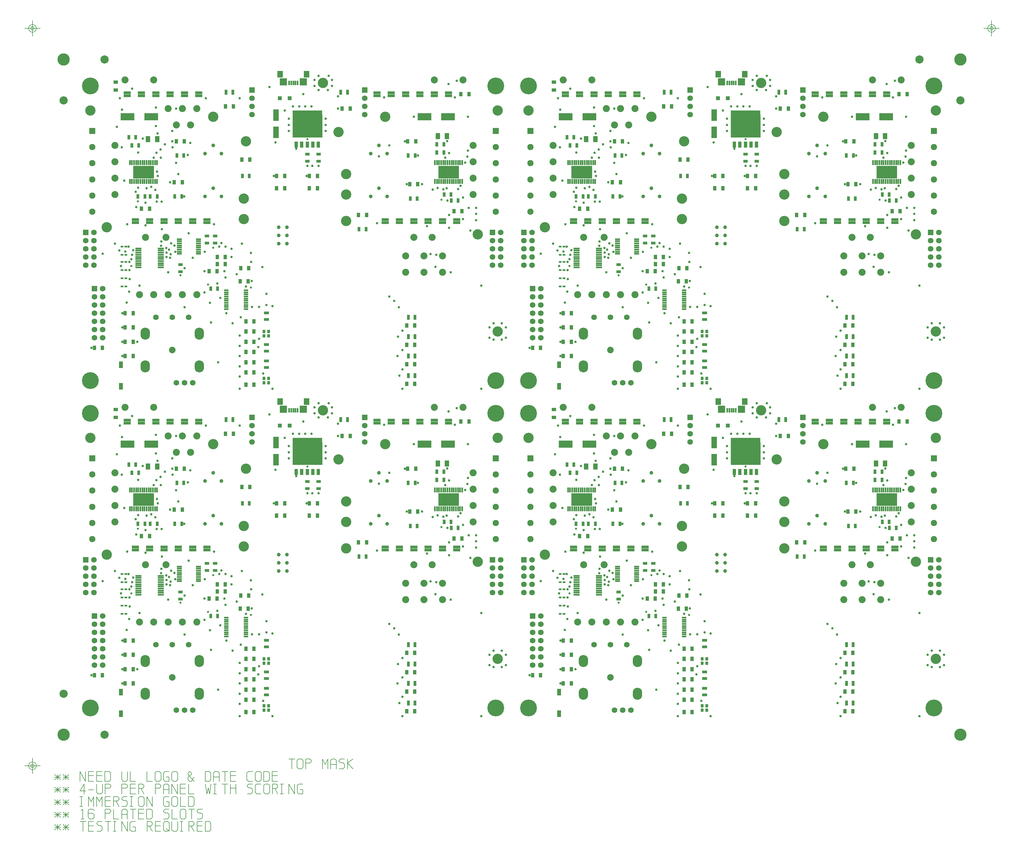
<source format=gbr>
*%FSLAX24Y24*%
%MOIN*%
%IPPOS*%
%ADD10C,0.2X0.158*%
%ADD11C,0.024*%
%ADD12C,0.063*%
%ADD13R,0.063X0.063*%
%ADD14C,0.07*%
%ADD15R,0.07X0.07*%
%ADD16C,0.12*%
%ADD17R,0.0374X0.0516*%
%ADD18C,0.08*%
%ADD19R,0.0516X0.0374*%
%ADD20R,0.0406X0.0744*%
%ADD21R,0.028X0.0146*%
%ADD22R,0.076X0.0189*%
%ADD23C,0.02*%
%ADD24R,0.0839X0.0303*%
%ADD25R,0.2165X0.1142*%
%ADD26R,0.0158X0.0575*%
%ADD27R,0.026X0.0516*%
%ADD28R,0.1638X0.0835*%
%ADD29O,0.11X0.141*%
%ADD30C,0.062*%
%ADD31R,0.0476X0.0697*%
%ADD32C,0.074X0.066*%
%ADD33R,0.0516X0.026*%
%ADD34R,0.0594X0.0161*%
%ADD35C,0.04*%
%ADD36R,0.0516X0.0161*%
%ADD37R,0.0299X0.0535*%
%ADD38R,0.0535X0.0299*%
%ADD39R,0.0303X0.0362*%
%ADD40R,0.061X0.1382*%
%ADD41R,0.0402X0.0406*%
%ADD42R,0.083X0.079*%
%ADD43R,0.016X0.053*%
%ADD44R,0.063X0.075*%
%ADD45R,0.3555X0.3173*%
%ADD46R,0.0362X0.0697*%
%ADD47C,0.01*%
%ADD48C,0.02*%
%ADD49C,0.03*%
%ADD50C,0.05*%
%ADD51C,0.015*%
%ADD52C,0.025*%
%ADD53C,0.016*%
%ADD54C,0.018*%
%ADD55C,0.075*%
%ADD56C,0.1*%
%ADD57C,0.007*%
%ADD58C,0.008*%
%ADD59C,0.039*%
%ADD60C,0.22*%
%ADD61C,0.036*%
%AMD62*
1,1,0.09,0.0,0.0*
1,0,0.07,0.0,0.0*
20,0,0.015,0.0337,-0.0337,-0.0337,0.0337,0.0*
20,0,0.015,-0.0337,-0.0337,0.0337,0.0337,0.0*%
%ADD62D62*%
G04:---LTIenv:A062:5,0.09,0.015,0.07,4,45.0 *
%ADD63C,0.04*%
%AMD64*
1,1,0.082,0.0,0.0*
1,0,0.062,0.0,0.0*
20,0,0.015,0.0308,-0.0308,-0.0308,0.0308,0.0*
20,0,0.015,-0.0308,-0.0308,0.0308,0.0308,0.0*%
%ADD64D64*%
G04:---LTIenv:A064:5,0.082,0.015,0.062,4,45.0 *
%ADD65C,0.15*%
%ADD66C,0.05*%
%ADD67R,0.25X0.25*%
%ADD68C,0.1*%
%AMD69*
1,1,0.1,0.0,0.0*
1,0,0.0875,0.0,0.0*
1,1,0.05,0.0,0.0*
1,0,0.0375,0.0,0.0*
20,1,0.0062,0.0,-0.0969,0.0,0.0969,0.0*
20,1,0.0062,-0.0969,0.0,0.0969,0.0,0.0*%
%ADD69D69*%
G04:---LTIenv:A069:6,0.2,6 *
%ADD100C,0.04*%
%ADD101C,0.062*%
%ADD104C,0.02*%
%ADD105C,0.01*%
%ADD106C,0.02*%
%ADD107C,0.03*%
%ADD108C,0.05*%
%ADD109C,0.1*%
%ADD110C,0.026*%
%ADD117C,0.026*%
%ADD118R,0.042X0.076*%
%ADD119R,0.362X0.323*%
%ADD120C,0.08*%
%ADD121C,0.056*%
%ADD122C,0.085*%
%ADD123C,0.078*%
%ADD124C,0.094*%
%AMD125*
1,1,0.084,0.0,0.0*
1,0,0.064,0.0,0.0*
20,0,0.015,0.0315,-0.0315,-0.0315,0.0315,0.0*
20,0,0.015,-0.0315,-0.0315,0.0315,0.0315,0.0*%
%ADD125D125*%
G04:---LTIenv:A125:5,0.084,0.015,0.064,4,45.0 *
%ADD126O,0.125X0.154*%
%ADD127R,0.069X0.081*%
%ADD128C,0.135*%
%ADD131C,0.068*%
%ADD132C,0.046*%
%ADD135C,0.126*%
%ADD136R,0.076X0.076*%
%ADD137C,0.076*%
%ADD138R,0.069X0.069*%
%ADD139C,0.069*%
%ADD140C,0.03*%
%ADD141C,0.206*%
%ADD142R,0.02X0.057*%
%ADD143R,0.089X0.085*%
%ADD144R,0.046X0.047*%
%ADD145R,0.067X0.144*%
%ADD146R,0.036X0.042*%
%ADD147R,0.06X0.036*%
%ADD148R,0.036X0.06*%
%ADD149R,0.056X0.02*%
%ADD150C,0.046*%
%ADD151R,0.063X0.02*%
%ADD152R,0.058X0.032*%
%ADD153C,0.08*%
%ADD154R,0.054X0.076*%
%ADD155C,0.068*%
%ADD156O,0.116X0.147*%
%ADD157R,0.17X0.09*%
%ADD158R,0.032X0.058*%
%ADD159R,0.02X0.062*%
%ADD160R,0.223X0.12*%
%ADD161R,0.087X0.0325*%
%ADD162R,0.078X0.02*%
%ADD163R,0.034X0.021*%
%ADD164R,0.047X0.08*%
%ADD165R,0.058X0.043*%
%ADD166C,0.086*%
%ADD167R,0.043X0.058*%
%ADD168C,0.126*%
%ADD169R,0.076X0.076*%
%ADD170C,0.076*%
%ADD171R,0.069X0.069*%
%ADD172C,0.069*%
%ADD173C,0.03*%
%ADD174C,0.206*%
%ADD200C,0.002*%
%ADD901C,0.01*%
G04:---LTIenv:A901:15,0.01,1 *
%ADD902C,0.013*%
G04:---LTIenv:A902:15,0.013,2 *
%ADD903C,0.028*%
G04:---LTIenv:A903:15,0.028,3 *
%ADD904C,0.042*%
G04:---LTIenv:A904:15,0.042,4 *
%ADD905C,0.044*%
G04:---LTIenv:A905:15,0.044,5 *
%ADD906C,0.05*%
G04:---LTIenv:A906:15,0.05,6 *
%ADD907C,0.067*%
G04:---LTIenv:A907:15,0.067,7 *
%ADD908C,0.064*%
G04:---LTIenv:A908:15,0.064,8 *
%ADD909C,0.156*%
G04:---LTIenv:A909:15,0.156,9 *
%ADD910C,0.07*%
G04:---LTIenv:A910:15,0.07,10 *
%ADD911C,0.125*%
G04:---LTIenv:A911:15,0.125,11 *

%LPD*%
D58*X151Y-3615D2*X869Y-4266D1*X151D2*X869Y-3615D1*X151Y-3945D2*X869D1*X510Y-4266D2*Y-3615D1*X1172D2*X1890Y-4266D1*X1172D2*X1890Y-3615D1*X1172Y-3945D2*X1890D1*X1531Y-4266D2*Y-3615D1*X3931Y-3246D2*Y-4446D1*X3241Y-3246*Y-4446*X4271Y-3756D2*X4932D1*Y-3246D2*X4271D1*Y-4446*X4932*X5291Y-3756D2*X5953D1*Y-3246D2*X5291D1*Y-4446*X5953*X6803D2*X6983Y-4266D1*Y-3435*X6803Y-3246*X6293*Y-4446*X6803*X9061Y-3246D2*Y-4266D1*X8882Y-4446*X8523*X8343Y-4266*Y-3246*X10035Y-4446D2*X9383D1*Y-3246*X12076Y-4446D2*X11424D1*Y-3246*X12416Y-3435D2*Y-4266D1*X12595Y-4446*X12954*X13134Y-4266*Y-3435*X12954Y-3246*X12595*X12416Y-3435*X13776Y-3907D2*X14107D1*Y-4446*X13625*X13446Y-4266*Y-3435*X13625Y-3246*X14107*X14457Y-3435D2*Y-4266D1*X14636Y-4446*X14995*X15175Y-4266*Y-3435*X14995Y-3246*X14636*X14457Y-3435*X17169Y-4446D2*X16450Y-3615D1*Y-3435*X16649Y-3246*X16838Y-3435*Y-3615*X16450Y-3907*Y-4266*X16630Y-4446*X16809*X16989Y-4304*Y-4125*X17169Y-3945*X19049Y-4446D2*X19228Y-4266D1*Y-3435*X19049Y-3246*X18539*Y-4446*X19049*X19559Y-3907D2*X20249D1*Y-4446D2*Y-3435D1*X20069Y-3246*X19739*X19559Y-3435*Y-4446*X20957D2*Y-3246D1*X20598D2*X21317D1*X21619Y-3756D2*X22280D1*Y-3246D2*X21619D1*Y-4446*X22280*X24340D2*X23802D1*X23622Y-4266*Y-3435*X23802Y-3246*X24340*X24661Y-3435D2*Y-4266D1*X24841Y-4446*X25200*X25380Y-4266*Y-3435*X25200Y-3246*X24841*X24661Y-3435*X26192Y-4446D2*X26372Y-4266D1*Y-3435*X26192Y-3246*X25682*Y-4446*X26192*X26721Y-3756D2*X27383D1*Y-3246D2*X26721D1*Y-4446*X27383*X151Y-5145D2*X869Y-5797D1*X151D2*X869Y-5145D1*X151Y-5476D2*X869D1*X510Y-5797D2*Y-5145D1*X1172D2*X1890Y-5797D1*X1172D2*X1890Y-5145D1*X1172Y-5476D2*X1890D1*X1531Y-5797D2*Y-5145D1*X3940Y-5618D2*X3250D1*X3761Y-4777*Y-5977*X4271Y-5476D2*X4932D1*X6000Y-4777D2*Y-5797D1*X5820Y-5977*X5461*X5282Y-5797*Y-4777*X6312Y-5287D2*X6822D1*X7002Y-5107*Y-4966*X6822Y-4777*X6312*Y-5977*X8353Y-5287D2*X8863D1*X9043Y-5107*Y-4966*X8863Y-4777*X8353*Y-5977*X9373Y-5287D2*X10035D1*Y-4777D2*X9373D1*Y-5977*X10035*X10706Y-5325D2*X11065Y-5977D1*X10413Y-5325D2*X10885D1*X11065Y-5145*Y-4966*X10885Y-4777*X10413*Y-5977*X12435Y-5287D2*X12945D1*X13124Y-5107*Y-4966*X12945Y-4777*X12435*Y-5977*X13436Y-5438D2*X14126D1*Y-5977D2*Y-4966D1*X13946Y-4777*X13616*X13436Y-4966*Y-5977*X15156Y-4777D2*Y-5977D1*X14466Y-4777*Y-5977*X15496Y-5287D2*X16157D1*Y-4777D2*X15496D1*Y-5977*X16157*X17178D2*X16526D1*Y-4777*X19247D2*X19096Y-5977D1*X18917Y-5259*X18737Y-5977*X18557Y-4777*X19550Y-5977D2*X19909D1*X19729D2*Y-4777D1*X19550D2*X19909D1*X20957Y-5977D2*Y-4777D1*X20598D2*X21317D1*X21600Y-5287D2*X22290D1*Y-5977D2*Y-4777D1*X21600Y-5977D2*Y-4777D1*X23669Y-5977D2*X24151D1*X24331Y-5797*Y-5438*X24151Y-5259*X23849*X23669Y-5079*Y-4966*X23849Y-4777*X24331*X25361Y-5977D2*X24822D1*X24643Y-5797*Y-4966*X24822Y-4777*X25361*X25682Y-4966D2*Y-5797D1*X25861Y-5977*X26220*X26400Y-5797*Y-4966*X26220Y-4777*X25861*X25682Y-4966*X27033Y-5325D2*X27392Y-5977D1*X26740Y-5325D2*X27213D1*X27392Y-5145*Y-4966*X27213Y-4777*X26740*Y-5977*X27713D2*X28072D1*X27893D2*Y-4777D1*X27713D2*X28072D1*X29443D2*Y-5977D1*X28753Y-4777*Y-5977*X30104Y-5438D2*X30435D1*Y-5977*X29953*X29773Y-5797*Y-4966*X29953Y-4777*X30435*X151Y-6676D2*X869Y-7328D1*X151D2*X869Y-6676D1*X151Y-7007D2*X869D1*X510Y-7328D2*Y-6676D1*X1172D2*X1890Y-7328D1*X1172D2*X1890Y-6676D1*X1172Y-7007D2*X1890D1*X1531Y-7328D2*Y-6676D1*X3222Y-7507D2*X3581D1*X3402D2*Y-6307D1*X3222D2*X3581D1*X4932Y-7507D2*Y-6307D1*X4602Y-6969*X4271Y-6307*Y-7507*X5953D2*Y-6307D1*X5622Y-6969*X5291Y-6307*Y-7507*X6312Y-6818D2*X6973D1*Y-6307D2*X6312D1*Y-7507*X6973*X7644Y-6855D2*X8003Y-7507D1*X7351Y-6855D2*X7824D1*X8003Y-6676*Y-6496*X7824Y-6307*X7351*Y-7507*X8362D2*X8844D1*X9024Y-7328*Y-6969*X8844Y-6789*X8542*X8362Y-6610*Y-6496*X8542Y-6307*X9024*X9345Y-7507D2*X9704D1*X9524D2*Y-6307D1*X9345D2*X9704D1*X10375Y-6496D2*Y-7328D1*X10554Y-7507*X10913*X11093Y-7328*Y-6496*X10913Y-6307*X10554*X10375Y-6496*X12094Y-6307D2*Y-7507D1*X11405Y-6307*Y-7507*X13776Y-6969D2*X14107D1*Y-7507*X13625*X13446Y-7328*Y-6496*X13625Y-6307*X14107*X14457Y-6496D2*Y-7328D1*X14636Y-7507*X14995*X15175Y-7328*Y-6496*X14995Y-6307*X14636*X14457Y-6496*X16157Y-7507D2*X15506D1*Y-6307*X17008Y-7507D2*X17187Y-7328D1*Y-6496*X17008Y-6307*X16498*Y-7507*X17008*X151Y-8207D2*X869Y-8859D1*X151D2*X869Y-8207D1*X151Y-8537D2*X869D1*X510Y-8859D2*Y-8207D1*X1172D2*X1890Y-8859D1*X1172D2*X1890Y-8207D1*X1172Y-8537D2*X1890D1*X1531Y-8859D2*Y-8207D1*X3392Y-9038D2*X3751D1*X3572D2*Y-7838D1*X3392Y-8027*X4252Y-8348D2*X4791D1*X4970Y-8537*Y-8859*X4791Y-9038*X4431*X4252Y-8802*Y-8027*X4431Y-7838*X4791*X4970Y-8027*X6312Y-8348D2*X6822D1*X7002Y-8169*Y-8027*X6822Y-7838*X6312*Y-9038*X7994D2*X7342D1*Y-7838*X8334Y-8500D2*X9024D1*Y-9038D2*Y-8027D1*X8844Y-7838*X8513*X8334Y-8027*Y-9038*X9732D2*Y-7838D1*X9373D2*X10091D1*X10394Y-8348D2*X11055D1*Y-7838D2*X10394D1*Y-9038*X11055*X11906D2*X12085Y-8859D1*Y-8027*X11906Y-7838*X11395*Y-9038*X11906*X13465D2*X13946D1*X14126Y-8859*Y-8500*X13946Y-8320*X13644*X13465Y-8140*Y-8027*X13644Y-7838*X14126*X15137Y-9038D2*X14485D1*Y-7838*X15477Y-8027D2*Y-8859D1*X15657Y-9038*X16016*X16195Y-8859*Y-8027*X16016Y-7838*X15657*X15477Y-8027*X16876Y-9038D2*Y-7838D1*X16517D2*X17235D1*X17546Y-9038D2*X18028D1*X18208Y-8859*Y-8500*X18028Y-8320*X17726*X17546Y-8140*Y-8027*X17726Y-7838*X18208*X151Y-9737D2*X869Y-10389D1*X151D2*X869Y-9737D1*X151Y-10068D2*X869D1*X510Y-10389D2*Y-9737D1*X1172D2*X1890Y-10389D1*X1172D2*X1890Y-9737D1*X1172Y-10068D2*X1890D1*X1531Y-10389D2*Y-9737D1*X3609Y-10569D2*Y-9369D1*X3250D2*X3969D1*X4271Y-9879D2*X4932D1*Y-9369D2*X4271D1*Y-10569*X4932*X5301D2*X5783D1*X5962Y-10389*Y-10030*X5783Y-9851*X5480*X5301Y-9671*Y-9558*X5480Y-9369*X5962*X6671Y-10569D2*Y-9369D1*X6312D2*X7030D1*X7304Y-10569D2*X7663D1*X7483D2*Y-9369D1*X7304D2*X7663D1*X9033D2*Y-10569D1*X8343Y-9369*Y-10569*X9694Y-10030D2*X10025D1*Y-10569*X9543*X9364Y-10389*Y-9558*X9543Y-9369*X10025*X11726Y-9917D2*X12085Y-10569D1*X11433Y-9917D2*X11906D1*X12085Y-9737*Y-9558*X11906Y-9369*X11433*Y-10569*X12435Y-9879D2*X13096D1*Y-9369D2*X12435D1*Y-10569*X13096*X13776Y-10210D2*X14135Y-10569D1*X13625Y-9369D2*X13446Y-9558D1*Y-10389*X13625Y-10569*X13956*X14135Y-10389*Y-9558*X13956Y-9369*X13625*X15184D2*Y-10389D1*X15005Y-10569*X14646*X14466Y-10389*Y-9369*X15468Y-10569D2*X15827D1*X15647D2*Y-9369D1*X15468D2*X15827D1*X16828Y-9917D2*X17187Y-10569D1*X16535Y-9917D2*X17008D1*X17187Y-9737*Y-9558*X17008Y-9369*X16535*Y-10569*X17537Y-9879D2*X18198D1*Y-9369D2*X17537D1*Y-10569*X18198*X19049D2*X19228Y-10389D1*Y-9558*X19049Y-9369*X18539*Y-10569*X19049*X29120Y-2915D2*Y-1715D1*X28761D2*X29479D1*X29763Y-1904D2*Y-2735D1*X29942Y-2915*X30301*X30481Y-2735*Y-1904*X30301Y-1715*X29942*X29763Y-1904*X30802Y-2225D2*X31312D1*X31492Y-2046*Y-1904*X31312Y-1715*X30802*Y-2915*X33504D2*Y-1715D1*X33174Y-2376*X32843Y-1715*Y-2915*X33844Y-2376D2*X34534D1*Y-2915D2*Y-1904D1*X34355Y-1715*X34024*X33844Y-1904*Y-2915*X34893D2*X35375D1*X35555Y-2735*Y-2376*X35375Y-2197*X35073*X34893Y-2017*Y-1904*X35073Y-1715*X35555*X35914Y-2915D2*Y-1715D1*X36575Y-2915D2*X35914Y-2225D1*X36575Y-1715*D200*X9760Y69260D2*X12240D1*Y70740*X9760*Y69260*Y70720D2*X12240D1*X9760Y70700D2*X12240D1*X9760Y70680D2*X12240D1*X9760Y70660D2*X12240D1*X9760Y70640D2*X12240D1*X9760Y70620D2*X12240D1*X9760Y70600D2*X12240D1*X9760Y70580D2*X12240D1*X9760Y70560D2*X12240D1*X9760Y70540D2*X12240D1*X9760Y70520D2*X12240D1*X9760Y70500D2*X12240D1*X9760Y70480D2*X12240D1*X9760Y70460D2*X12240D1*X9760Y70440D2*X12240D1*X9760Y70420D2*X12240D1*X9760Y70400D2*X12240D1*X9760Y70380D2*X12240D1*X9760Y70360D2*X12240D1*X9760Y70340D2*X12240D1*X9760Y70320D2*X12240D1*X9760Y70300D2*X12240D1*X9760Y70280D2*X12240D1*X9760Y70260D2*X12240D1*X9760Y70240D2*X12240D1*X9760Y70220D2*X12240D1*X9760Y70200D2*X12240D1*X9760Y70180D2*X12240D1*X9760Y70160D2*X12240D1*X9760Y70140D2*X12240D1*X9760Y70120D2*X12240D1*X9760Y70100D2*X12240D1*X9760Y70080D2*X12240D1*X9760Y70060D2*X12240D1*X9760Y70040D2*X12240D1*X9760Y70020D2*X12240D1*X9760Y70000D2*X12240D1*X9760Y69980D2*X12240D1*X9760Y69960D2*X12240D1*X9760Y69940D2*X12240D1*X9760Y69920D2*X12240D1*X9760Y69900D2*X12240D1*X9760Y69880D2*X12240D1*X9760Y69860D2*X12240D1*X9760Y69840D2*X12240D1*X9760Y69820D2*X12240D1*X9760Y69800D2*X12240D1*X9760Y69780D2*X12240D1*X9760Y69760D2*X12240D1*X9760Y69740D2*X12240D1*X9760Y69720D2*X12240D1*X9760Y69700D2*X12240D1*X9760Y69680D2*X12240D1*X9760Y69660D2*X12240D1*X9760Y69640D2*X12240D1*X9760Y69620D2*X12240D1*X9760Y69600D2*X12240D1*X9760Y69580D2*X12240D1*X9760Y69560D2*X12240D1*X9760Y69540D2*X12240D1*X9760Y69520D2*X12240D1*X9760Y69500D2*X12240D1*X9760Y69480D2*X12240D1*X9760Y69460D2*X12240D1*X9760Y69440D2*X12240D1*X9760Y69420D2*X12240D1*X9760Y69400D2*X12240D1*X9760Y69380D2*X12240D1*X9760Y69360D2*X12240D1*X9760Y69340D2*X12240D1*X9760Y69320D2*X12240D1*X9760Y69300D2*X12240D1*X9760Y69280D2*X12240D1*X29210Y74260D2*X32815D1*Y76990*X29210*Y74260*Y76980D2*X32815D1*X29210Y76960D2*X32815D1*X29210Y76940D2*X32815D1*X29210Y76920D2*X32815D1*X29210Y76900D2*X32815D1*X29210Y76880D2*X32815D1*X29210Y76860D2*X32815D1*X29210Y76840D2*X32815D1*X29210Y76820D2*X32815D1*X29210Y76800D2*X32815D1*X29210Y76780D2*X32815D1*X29210Y76760D2*X32815D1*X29210Y76740D2*X32815D1*X29210Y76720D2*X32815D1*X29210Y76700D2*X32815D1*X29210Y76680D2*X32815D1*X29210Y76660D2*X32815D1*X29210Y76640D2*X32815D1*X29210Y76620D2*X32815D1*X29210Y76600D2*X32815D1*X29210Y76580D2*X32815D1*X29210Y76560D2*X32815D1*X29210Y76540D2*X32815D1*X29210Y76520D2*X32815D1*X29210Y76500D2*X32815D1*X29210Y76480D2*X32815D1*X29210Y76460D2*X32815D1*X29210Y76440D2*X32815D1*X29210Y76420D2*X32815D1*X29210Y76400D2*X32815D1*X29210Y76380D2*X32815D1*X29210Y76360D2*X32815D1*X29210Y76340D2*X32815D1*X29210Y76320D2*X32815D1*X29210Y76300D2*X32815D1*X29210Y76280D2*X32815D1*X29210Y76260D2*X32815D1*X29210Y76240D2*X32815D1*X29210Y76220D2*X32815D1*X29210Y76200D2*X32815D1*X29210Y76180D2*X32815D1*X29210Y76160D2*X32815D1*X29210Y76140D2*X32815D1*X29210Y76120D2*X32815D1*X29210Y76100D2*X32815D1*X29210Y76080D2*X32815D1*X29210Y76060D2*X32815D1*X29210Y76040D2*X32815D1*X29210Y76020D2*X32815D1*X29210Y76000D2*X32815D1*X29210Y75980D2*X32815D1*X29210Y75960D2*X32815D1*X29210Y75940D2*X32815D1*X29210Y75920D2*X32815D1*X29210Y75900D2*X32815D1*X29210Y75880D2*X32815D1*X29210Y75860D2*X32815D1*X29210Y75840D2*X32815D1*X29210Y75820D2*X32815D1*X29210Y75800D2*X32815D1*X29210Y75780D2*X32815D1*X29210Y75760D2*X32815D1*X29210Y75740D2*X32815D1*X29210Y75720D2*X32815D1*X29210Y75700D2*X32815D1*X29210Y75680D2*X32815D1*X29210Y75660D2*X32815D1*X29210Y75640D2*X32815D1*X29210Y75620D2*X32815D1*X29210Y75600D2*X32815D1*X29210Y75580D2*X32815D1*X29210Y75560D2*X32815D1*X29210Y75540D2*X32815D1*X29210Y75520D2*X32815D1*X29210Y75500D2*X32815D1*X29210Y75480D2*X32815D1*X29210Y75460D2*X32815D1*X29210Y75440D2*X32815D1*X29210Y75420D2*X32815D1*X29210Y75400D2*X32815D1*X29210Y75380D2*X32815D1*X29210Y75360D2*X32815D1*X29210Y75340D2*X32815D1*X29210Y75320D2*X32815D1*X29210Y75300D2*X32815D1*X29210Y75280D2*X32815D1*X29210Y75260D2*X32815D1*X29210Y75240D2*X32815D1*X29210Y75220D2*X32815D1*X29210Y75200D2*X32815D1*X29210Y75180D2*X32815D1*X29210Y75160D2*X32815D1*X29210Y75140D2*X32815D1*X29210Y75120D2*X32815D1*X29210Y75100D2*X32815D1*X29210Y75080D2*X32815D1*X29210Y75060D2*X32815D1*X29210Y75040D2*X32815D1*X29210Y75020D2*X32815D1*X29210Y75000D2*X32815D1*X29210Y74980D2*X32815D1*X29210Y74960D2*X32815D1*X29210Y74940D2*X32815D1*X29210Y74920D2*X32815D1*X29210Y74900D2*X32815D1*X29210Y74880D2*X32815D1*X29210Y74860D2*X32815D1*X29210Y74840D2*X32815D1*X29210Y74820D2*X32815D1*X29210Y74800D2*X32815D1*X29210Y74780D2*X32815D1*X29210Y74760D2*X32815D1*X29210Y74740D2*X32815D1*X29210Y74720D2*X32815D1*X29210Y74700D2*X32815D1*X29210Y74680D2*X32815D1*X29210Y74660D2*X32815D1*X29210Y74640D2*X32815D1*X29210Y74620D2*X32815D1*X29210Y74600D2*X32815D1*X29210Y74580D2*X32815D1*X29210Y74560D2*X32815D1*X29210Y74540D2*X32815D1*X29210Y74520D2*X32815D1*X29210Y74500D2*X32815D1*X29210Y74480D2*X32815D1*X29210Y74460D2*X32815D1*X29210Y74440D2*X32815D1*X29210Y74420D2*X32815D1*X29210Y74400D2*X32815D1*X29210Y74380D2*X32815D1*X29210Y74360D2*X32815D1*X29210Y74340D2*X32815D1*X29210Y74320D2*X32815D1*X29210Y74300D2*X32815D1*X29210Y74280D2*X32815D1*X47010Y69260D2*X49490D1*Y70740*X47010*Y69260*Y70720D2*X49490D1*X47010Y70700D2*X49490D1*X47010Y70680D2*X49490D1*X47010Y70660D2*X49490D1*X47010Y70640D2*X49490D1*X47010Y70620D2*X49490D1*X47010Y70600D2*X49490D1*X47010Y70580D2*X49490D1*X47010Y70560D2*X49490D1*X47010Y70540D2*X49490D1*X47010Y70520D2*X49490D1*X47010Y70500D2*X49490D1*X47010Y70480D2*X49490D1*X47010Y70460D2*X49490D1*X47010Y70440D2*X49490D1*X47010Y70420D2*X49490D1*X47010Y70400D2*X49490D1*X47010Y70380D2*X49490D1*X47010Y70360D2*X49490D1*X47010Y70340D2*X49490D1*X47010Y70320D2*X49490D1*X47010Y70300D2*X49490D1*X47010Y70280D2*X49490D1*X47010Y70260D2*X49490D1*X47010Y70240D2*X49490D1*X47010Y70220D2*X49490D1*X47010Y70200D2*X49490D1*X47010Y70180D2*X49490D1*X47010Y70160D2*X49490D1*X47010Y70140D2*X49490D1*X47010Y70120D2*X49490D1*X47010Y70100D2*X49490D1*X47010Y70080D2*X49490D1*X47010Y70060D2*X49490D1*X47010Y70040D2*X49490D1*X47010Y70020D2*X49490D1*X47010Y70000D2*X49490D1*X47010Y69980D2*X49490D1*X47010Y69960D2*X49490D1*X47010Y69940D2*X49490D1*X47010Y69920D2*X49490D1*X47010Y69900D2*X49490D1*X47010Y69880D2*X49490D1*X47010Y69860D2*X49490D1*X47010Y69840D2*X49490D1*X47010Y69820D2*X49490D1*X47010Y69800D2*X49490D1*X47010Y69780D2*X49490D1*X47010Y69760D2*X49490D1*X47010Y69740D2*X49490D1*X47010Y69720D2*X49490D1*X47010Y69700D2*X49490D1*X47010Y69680D2*X49490D1*X47010Y69660D2*X49490D1*X47010Y69640D2*X49490D1*X47010Y69620D2*X49490D1*X47010Y69600D2*X49490D1*X47010Y69580D2*X49490D1*X47010Y69560D2*X49490D1*X47010Y69540D2*X49490D1*X47010Y69520D2*X49490D1*X47010Y69500D2*X49490D1*X47010Y69480D2*X49490D1*X47010Y69460D2*X49490D1*X47010Y69440D2*X49490D1*X47010Y69420D2*X49490D1*X47010Y69400D2*X49490D1*X47010Y69380D2*X49490D1*X47010Y69360D2*X49490D1*X47010Y69340D2*X49490D1*X47010Y69320D2*X49490D1*X47010Y69300D2*X49490D1*X47010Y69280D2*X49490D1*X63260Y69260D2*X65740D1*Y70740*X63260*Y69260*Y70720D2*X65740D1*X63260Y70700D2*X65740D1*X63260Y70680D2*X65740D1*X63260Y70660D2*X65740D1*X63260Y70640D2*X65740D1*X63260Y70620D2*X65740D1*X63260Y70600D2*X65740D1*X63260Y70580D2*X65740D1*X63260Y70560D2*X65740D1*X63260Y70540D2*X65740D1*X63260Y70520D2*X65740D1*X63260Y70500D2*X65740D1*X63260Y70480D2*X65740D1*X63260Y70460D2*X65740D1*X63260Y70440D2*X65740D1*X63260Y70420D2*X65740D1*X63260Y70400D2*X65740D1*X63260Y70380D2*X65740D1*X63260Y70360D2*X65740D1*X63260Y70340D2*X65740D1*X63260Y70320D2*X65740D1*X63260Y70300D2*X65740D1*X63260Y70280D2*X65740D1*X63260Y70260D2*X65740D1*X63260Y70240D2*X65740D1*X63260Y70220D2*X65740D1*X63260Y70200D2*X65740D1*X63260Y70180D2*X65740D1*X63260Y70160D2*X65740D1*X63260Y70140D2*X65740D1*X63260Y70120D2*X65740D1*X63260Y70100D2*X65740D1*X63260Y70080D2*X65740D1*X63260Y70060D2*X65740D1*X63260Y70040D2*X65740D1*X63260Y70020D2*X65740D1*X63260Y70000D2*X65740D1*X63260Y69980D2*X65740D1*X63260Y69960D2*X65740D1*X63260Y69940D2*X65740D1*X63260Y69920D2*X65740D1*X63260Y69900D2*X65740D1*X63260Y69880D2*X65740D1*X63260Y69860D2*X65740D1*X63260Y69840D2*X65740D1*X63260Y69820D2*X65740D1*X63260Y69800D2*X65740D1*X63260Y69780D2*X65740D1*X63260Y69760D2*X65740D1*X63260Y69740D2*X65740D1*X63260Y69720D2*X65740D1*X63260Y69700D2*X65740D1*X63260Y69680D2*X65740D1*X63260Y69660D2*X65740D1*X63260Y69640D2*X65740D1*X63260Y69620D2*X65740D1*X63260Y69600D2*X65740D1*X63260Y69580D2*X65740D1*X63260Y69560D2*X65740D1*X63260Y69540D2*X65740D1*X63260Y69520D2*X65740D1*X63260Y69500D2*X65740D1*X63260Y69480D2*X65740D1*X63260Y69460D2*X65740D1*X63260Y69440D2*X65740D1*X63260Y69420D2*X65740D1*X63260Y69400D2*X65740D1*X63260Y69380D2*X65740D1*X63260Y69360D2*X65740D1*X63260Y69340D2*X65740D1*X63260Y69320D2*X65740D1*X63260Y69300D2*X65740D1*X63260Y69280D2*X65740D1*X82710Y74260D2*X86315D1*Y76990*X82710*Y74260*Y76980D2*X86315D1*X82710Y76960D2*X86315D1*X82710Y76940D2*X86315D1*X82710Y76920D2*X86315D1*X82710Y76900D2*X86315D1*X82710Y76880D2*X86315D1*X82710Y76860D2*X86315D1*X82710Y76840D2*X86315D1*X82710Y76820D2*X86315D1*X82710Y76800D2*X86315D1*X82710Y76780D2*X86315D1*X82710Y76760D2*X86315D1*X82710Y76740D2*X86315D1*X82710Y76720D2*X86315D1*X82710Y76700D2*X86315D1*X82710Y76680D2*X86315D1*X82710Y76660D2*X86315D1*X82710Y76640D2*X86315D1*X82710Y76620D2*X86315D1*X82710Y76600D2*X86315D1*X82710Y76580D2*X86315D1*X82710Y76560D2*X86315D1*X82710Y76540D2*X86315D1*X82710Y76520D2*X86315D1*X82710Y76500D2*X86315D1*X82710Y76480D2*X86315D1*X82710Y76460D2*X86315D1*X82710Y76440D2*X86315D1*X82710Y76420D2*X86315D1*X82710Y76400D2*X86315D1*X82710Y76380D2*X86315D1*X82710Y76360D2*X86315D1*X82710Y76340D2*X86315D1*X82710Y76320D2*X86315D1*X82710Y76300D2*X86315D1*X82710Y76280D2*X86315D1*X82710Y76260D2*X86315D1*X82710Y76240D2*X86315D1*X82710Y76220D2*X86315D1*X82710Y76200D2*X86315D1*X82710Y76180D2*X86315D1*X82710Y76160D2*X86315D1*X82710Y76140D2*X86315D1*X82710Y76120D2*X86315D1*X82710Y76100D2*X86315D1*X82710Y76080D2*X86315D1*X82710Y76060D2*X86315D1*X82710Y76040D2*X86315D1*X82710Y76020D2*X86315D1*X82710Y76000D2*X86315D1*X82710Y75980D2*X86315D1*X82710Y75960D2*X86315D1*X82710Y75940D2*X86315D1*X82710Y75920D2*X86315D1*X82710Y75900D2*X86315D1*X82710Y75880D2*X86315D1*X82710Y75860D2*X86315D1*X82710Y75840D2*X86315D1*X82710Y75820D2*X86315D1*X82710Y75800D2*X86315D1*X82710Y75780D2*X86315D1*X82710Y75760D2*X86315D1*X82710Y75740D2*X86315D1*X82710Y75720D2*X86315D1*X82710Y75700D2*X86315D1*X82710Y75680D2*X86315D1*X82710Y75660D2*X86315D1*X82710Y75640D2*X86315D1*X82710Y75620D2*X86315D1*X82710Y75600D2*X86315D1*X82710Y75580D2*X86315D1*X82710Y75560D2*X86315D1*X82710Y75540D2*X86315D1*X82710Y75520D2*X86315D1*X82710Y75500D2*X86315D1*X82710Y75480D2*X86315D1*X82710Y75460D2*X86315D1*X82710Y75440D2*X86315D1*X82710Y75420D2*X86315D1*X82710Y75400D2*X86315D1*X82710Y75380D2*X86315D1*X82710Y75360D2*X86315D1*X82710Y75340D2*X86315D1*X82710Y75320D2*X86315D1*X82710Y75300D2*X86315D1*X82710Y75280D2*X86315D1*X82710Y75260D2*X86315D1*X82710Y75240D2*X86315D1*X82710Y75220D2*X86315D1*X82710Y75200D2*X86315D1*X82710Y75180D2*X86315D1*X82710Y75160D2*X86315D1*X82710Y75140D2*X86315D1*X82710Y75120D2*X86315D1*X82710Y75100D2*X86315D1*X82710Y75080D2*X86315D1*X82710Y75060D2*X86315D1*X82710Y75040D2*X86315D1*X82710Y75020D2*X86315D1*X82710Y75000D2*X86315D1*X82710Y74980D2*X86315D1*X82710Y74960D2*X86315D1*X82710Y74940D2*X86315D1*X82710Y74920D2*X86315D1*X82710Y74900D2*X86315D1*X82710Y74880D2*X86315D1*X82710Y74860D2*X86315D1*X82710Y74840D2*X86315D1*X82710Y74820D2*X86315D1*X82710Y74800D2*X86315D1*X82710Y74780D2*X86315D1*X82710Y74760D2*X86315D1*X82710Y74740D2*X86315D1*X82710Y74720D2*X86315D1*X82710Y74700D2*X86315D1*X82710Y74680D2*X86315D1*X82710Y74660D2*X86315D1*X82710Y74640D2*X86315D1*X82710Y74620D2*X86315D1*X82710Y74600D2*X86315D1*X82710Y74580D2*X86315D1*X82710Y74560D2*X86315D1*X82710Y74540D2*X86315D1*X82710Y74520D2*X86315D1*X82710Y74500D2*X86315D1*X82710Y74480D2*X86315D1*X82710Y74460D2*X86315D1*X82710Y74440D2*X86315D1*X82710Y74420D2*X86315D1*X82710Y74400D2*X86315D1*X82710Y74380D2*X86315D1*X82710Y74360D2*X86315D1*X82710Y74340D2*X86315D1*X82710Y74320D2*X86315D1*X82710Y74300D2*X86315D1*X82710Y74280D2*X86315D1*X100510Y69260D2*X102990D1*Y70740*X100510*Y69260*Y70720D2*X102990D1*X100510Y70700D2*X102990D1*X100510Y70680D2*X102990D1*X100510Y70660D2*X102990D1*X100510Y70640D2*X102990D1*X100510Y70620D2*X102990D1*X100510Y70600D2*X102990D1*X100510Y70580D2*X102990D1*X100510Y70560D2*X102990D1*X100510Y70540D2*X102990D1*X100510Y70520D2*X102990D1*X100510Y70500D2*X102990D1*X100510Y70480D2*X102990D1*X100510Y70460D2*X102990D1*X100510Y70440D2*X102990D1*X100510Y70420D2*X102990D1*X100510Y70400D2*X102990D1*X100510Y70380D2*X102990D1*X100510Y70360D2*X102990D1*X100510Y70340D2*X102990D1*X100510Y70320D2*X102990D1*X100510Y70300D2*X102990D1*X100510Y70280D2*X102990D1*X100510Y70260D2*X102990D1*X100510Y70240D2*X102990D1*X100510Y70220D2*X102990D1*X100510Y70200D2*X102990D1*X100510Y70180D2*X102990D1*X100510Y70160D2*X102990D1*X100510Y70140D2*X102990D1*X100510Y70120D2*X102990D1*X100510Y70100D2*X102990D1*X100510Y70080D2*X102990D1*X100510Y70060D2*X102990D1*X100510Y70040D2*X102990D1*X100510Y70020D2*X102990D1*X100510Y70000D2*X102990D1*X100510Y69980D2*X102990D1*X100510Y69960D2*X102990D1*X100510Y69940D2*X102990D1*X100510Y69920D2*X102990D1*X100510Y69900D2*X102990D1*X100510Y69880D2*X102990D1*X100510Y69860D2*X102990D1*X100510Y69840D2*X102990D1*X100510Y69820D2*X102990D1*X100510Y69800D2*X102990D1*X100510Y69780D2*X102990D1*X100510Y69760D2*X102990D1*X100510Y69740D2*X102990D1*X100510Y69720D2*X102990D1*X100510Y69700D2*X102990D1*X100510Y69680D2*X102990D1*X100510Y69660D2*X102990D1*X100510Y69640D2*X102990D1*X100510Y69620D2*X102990D1*X100510Y69600D2*X102990D1*X100510Y69580D2*X102990D1*X100510Y69560D2*X102990D1*X100510Y69540D2*X102990D1*X100510Y69520D2*X102990D1*X100510Y69500D2*X102990D1*X100510Y69480D2*X102990D1*X100510Y69460D2*X102990D1*X100510Y69440D2*X102990D1*X100510Y69420D2*X102990D1*X100510Y69400D2*X102990D1*X100510Y69380D2*X102990D1*X100510Y69360D2*X102990D1*X100510Y69340D2*X102990D1*X100510Y69320D2*X102990D1*X100510Y69300D2*X102990D1*X100510Y69280D2*X102990D1*X63260Y29260D2*X65740D1*Y30740*X63260*Y29260*Y30720D2*X65740D1*X63260Y30700D2*X65740D1*X63260Y30680D2*X65740D1*X63260Y30660D2*X65740D1*X63260Y30640D2*X65740D1*X63260Y30620D2*X65740D1*X63260Y30600D2*X65740D1*X63260Y30580D2*X65740D1*X63260Y30560D2*X65740D1*X63260Y30540D2*X65740D1*X63260Y30520D2*X65740D1*X63260Y30500D2*X65740D1*X63260Y30480D2*X65740D1*X63260Y30460D2*X65740D1*X63260Y30440D2*X65740D1*X63260Y30420D2*X65740D1*X63260Y30400D2*X65740D1*X63260Y30380D2*X65740D1*X63260Y30360D2*X65740D1*X63260Y30340D2*X65740D1*X63260Y30320D2*X65740D1*X63260Y30300D2*X65740D1*X63260Y30280D2*X65740D1*X63260Y30260D2*X65740D1*X63260Y30240D2*X65740D1*X63260Y30220D2*X65740D1*X63260Y30200D2*X65740D1*X63260Y30180D2*X65740D1*X63260Y30160D2*X65740D1*X63260Y30140D2*X65740D1*X63260Y30120D2*X65740D1*X63260Y30100D2*X65740D1*X63260Y30080D2*X65740D1*X63260Y30060D2*X65740D1*X63260Y30040D2*X65740D1*X63260Y30020D2*X65740D1*X63260Y30000D2*X65740D1*X63260Y29980D2*X65740D1*X63260Y29960D2*X65740D1*X63260Y29940D2*X65740D1*X63260Y29920D2*X65740D1*X63260Y29900D2*X65740D1*X63260Y29880D2*X65740D1*X63260Y29860D2*X65740D1*X63260Y29840D2*X65740D1*X63260Y29820D2*X65740D1*X63260Y29800D2*X65740D1*X63260Y29780D2*X65740D1*X63260Y29760D2*X65740D1*X63260Y29740D2*X65740D1*X63260Y29720D2*X65740D1*X63260Y29700D2*X65740D1*X63260Y29680D2*X65740D1*X63260Y29660D2*X65740D1*X63260Y29640D2*X65740D1*X63260Y29620D2*X65740D1*X63260Y29600D2*X65740D1*X63260Y29580D2*X65740D1*X63260Y29560D2*X65740D1*X63260Y29540D2*X65740D1*X63260Y29520D2*X65740D1*X63260Y29500D2*X65740D1*X63260Y29480D2*X65740D1*X63260Y29460D2*X65740D1*X63260Y29440D2*X65740D1*X63260Y29420D2*X65740D1*X63260Y29400D2*X65740D1*X63260Y29380D2*X65740D1*X63260Y29360D2*X65740D1*X63260Y29340D2*X65740D1*X63260Y29320D2*X65740D1*X63260Y29300D2*X65740D1*X63260Y29280D2*X65740D1*X82710Y34260D2*X86315D1*Y36990*X82710*Y34260*Y36980D2*X86315D1*X82710Y36960D2*X86315D1*X82710Y36940D2*X86315D1*X82710Y36920D2*X86315D1*X82710Y36900D2*X86315D1*X82710Y36880D2*X86315D1*X82710Y36860D2*X86315D1*X82710Y36840D2*X86315D1*X82710Y36820D2*X86315D1*X82710Y36800D2*X86315D1*X82710Y36780D2*X86315D1*X82710Y36760D2*X86315D1*X82710Y36740D2*X86315D1*X82710Y36720D2*X86315D1*X82710Y36700D2*X86315D1*X82710Y36680D2*X86315D1*X82710Y36660D2*X86315D1*X82710Y36640D2*X86315D1*X82710Y36620D2*X86315D1*X82710Y36600D2*X86315D1*X82710Y36580D2*X86315D1*X82710Y36560D2*X86315D1*X82710Y36540D2*X86315D1*X82710Y36520D2*X86315D1*X82710Y36500D2*X86315D1*X82710Y36480D2*X86315D1*X82710Y36460D2*X86315D1*X82710Y36440D2*X86315D1*X82710Y36420D2*X86315D1*X82710Y36400D2*X86315D1*X82710Y36380D2*X86315D1*X82710Y36360D2*X86315D1*X82710Y36340D2*X86315D1*X82710Y36320D2*X86315D1*X82710Y36300D2*X86315D1*X82710Y36280D2*X86315D1*X82710Y36260D2*X86315D1*X82710Y36240D2*X86315D1*X82710Y36220D2*X86315D1*X82710Y36200D2*X86315D1*X82710Y36180D2*X86315D1*X82710Y36160D2*X86315D1*X82710Y36140D2*X86315D1*X82710Y36120D2*X86315D1*X82710Y36100D2*X86315D1*X82710Y36080D2*X86315D1*X82710Y36060D2*X86315D1*X82710Y36040D2*X86315D1*X82710Y36020D2*X86315D1*X82710Y36000D2*X86315D1*X82710Y35980D2*X86315D1*X82710Y35960D2*X86315D1*X82710Y35940D2*X86315D1*X82710Y35920D2*X86315D1*X82710Y35900D2*X86315D1*X82710Y35880D2*X86315D1*X82710Y35860D2*X86315D1*X82710Y35840D2*X86315D1*X82710Y35820D2*X86315D1*X82710Y35800D2*X86315D1*X82710Y35780D2*X86315D1*X82710Y35760D2*X86315D1*X82710Y35740D2*X86315D1*X82710Y35720D2*X86315D1*X82710Y35700D2*X86315D1*X82710Y35680D2*X86315D1*X82710Y35660D2*X86315D1*X82710Y35640D2*X86315D1*X82710Y35620D2*X86315D1*X82710Y35600D2*X86315D1*X82710Y35580D2*X86315D1*X82710Y35560D2*X86315D1*X82710Y35540D2*X86315D1*X82710Y35520D2*X86315D1*X82710Y35500D2*X86315D1*X82710Y35480D2*X86315D1*X82710Y35460D2*X86315D1*X82710Y35440D2*X86315D1*X82710Y35420D2*X86315D1*X82710Y35400D2*X86315D1*X82710Y35380D2*X86315D1*X82710Y35360D2*X86315D1*X82710Y35340D2*X86315D1*X82710Y35320D2*X86315D1*X82710Y35300D2*X86315D1*X82710Y35280D2*X86315D1*X82710Y35260D2*X86315D1*X82710Y35240D2*X86315D1*X82710Y35220D2*X86315D1*X82710Y35200D2*X86315D1*X82710Y35180D2*X86315D1*X82710Y35160D2*X86315D1*X82710Y35140D2*X86315D1*X82710Y35120D2*X86315D1*X82710Y35100D2*X86315D1*X82710Y35080D2*X86315D1*X82710Y35060D2*X86315D1*X82710Y35040D2*X86315D1*X82710Y35020D2*X86315D1*X82710Y35000D2*X86315D1*X82710Y34980D2*X86315D1*X82710Y34960D2*X86315D1*X82710Y34940D2*X86315D1*X82710Y34920D2*X86315D1*X82710Y34900D2*X86315D1*X82710Y34880D2*X86315D1*X82710Y34860D2*X86315D1*X82710Y34840D2*X86315D1*X82710Y34820D2*X86315D1*X82710Y34800D2*X86315D1*X82710Y34780D2*X86315D1*X82710Y34760D2*X86315D1*X82710Y34740D2*X86315D1*X82710Y34720D2*X86315D1*X82710Y34700D2*X86315D1*X82710Y34680D2*X86315D1*X82710Y34660D2*X86315D1*X82710Y34640D2*X86315D1*X82710Y34620D2*X86315D1*X82710Y34600D2*X86315D1*X82710Y34580D2*X86315D1*X82710Y34560D2*X86315D1*X82710Y34540D2*X86315D1*X82710Y34520D2*X86315D1*X82710Y34500D2*X86315D1*X82710Y34480D2*X86315D1*X82710Y34460D2*X86315D1*X82710Y34440D2*X86315D1*X82710Y34420D2*X86315D1*X82710Y34400D2*X86315D1*X82710Y34380D2*X86315D1*X82710Y34360D2*X86315D1*X82710Y34340D2*X86315D1*X82710Y34320D2*X86315D1*X82710Y34300D2*X86315D1*X82710Y34280D2*X86315D1*X100510Y29260D2*X102990D1*Y30740*X100510*Y29260*Y30720D2*X102990D1*X100510Y30700D2*X102990D1*X100510Y30680D2*X102990D1*X100510Y30660D2*X102990D1*X100510Y30640D2*X102990D1*X100510Y30620D2*X102990D1*X100510Y30600D2*X102990D1*X100510Y30580D2*X102990D1*X100510Y30560D2*X102990D1*X100510Y30540D2*X102990D1*X100510Y30520D2*X102990D1*X100510Y30500D2*X102990D1*X100510Y30480D2*X102990D1*X100510Y30460D2*X102990D1*X100510Y30440D2*X102990D1*X100510Y30420D2*X102990D1*X100510Y30400D2*X102990D1*X100510Y30380D2*X102990D1*X100510Y30360D2*X102990D1*X100510Y30340D2*X102990D1*X100510Y30320D2*X102990D1*X100510Y30300D2*X102990D1*X100510Y30280D2*X102990D1*X100510Y30260D2*X102990D1*X100510Y30240D2*X102990D1*X100510Y30220D2*X102990D1*X100510Y30200D2*X102990D1*X100510Y30180D2*X102990D1*X100510Y30160D2*X102990D1*X100510Y30140D2*X102990D1*X100510Y30120D2*X102990D1*X100510Y30100D2*X102990D1*X100510Y30080D2*X102990D1*X100510Y30060D2*X102990D1*X100510Y30040D2*X102990D1*X100510Y30020D2*X102990D1*X100510Y30000D2*X102990D1*X100510Y29980D2*X102990D1*X100510Y29960D2*X102990D1*X100510Y29940D2*X102990D1*X100510Y29920D2*X102990D1*X100510Y29900D2*X102990D1*X100510Y29880D2*X102990D1*X100510Y29860D2*X102990D1*X100510Y29840D2*X102990D1*X100510Y29820D2*X102990D1*X100510Y29800D2*X102990D1*X100510Y29780D2*X102990D1*X100510Y29760D2*X102990D1*X100510Y29740D2*X102990D1*X100510Y29720D2*X102990D1*X100510Y29700D2*X102990D1*X100510Y29680D2*X102990D1*X100510Y29660D2*X102990D1*X100510Y29640D2*X102990D1*X100510Y29620D2*X102990D1*X100510Y29600D2*X102990D1*X100510Y29580D2*X102990D1*X100510Y29560D2*X102990D1*X100510Y29540D2*X102990D1*X100510Y29520D2*X102990D1*X100510Y29500D2*X102990D1*X100510Y29480D2*X102990D1*X100510Y29460D2*X102990D1*X100510Y29440D2*X102990D1*X100510Y29420D2*X102990D1*X100510Y29400D2*X102990D1*X100510Y29380D2*X102990D1*X100510Y29360D2*X102990D1*X100510Y29340D2*X102990D1*X100510Y29320D2*X102990D1*X100510Y29300D2*X102990D1*X100510Y29280D2*X102990D1*X9760Y29260D2*X12240D1*Y30740*X9760*Y29260*Y30720D2*X12240D1*X9760Y30700D2*X12240D1*X9760Y30680D2*X12240D1*X9760Y30660D2*X12240D1*X9760Y30640D2*X12240D1*X9760Y30620D2*X12240D1*X9760Y30600D2*X12240D1*X9760Y30580D2*X12240D1*X9760Y30560D2*X12240D1*X9760Y30540D2*X12240D1*X9760Y30520D2*X12240D1*X9760Y30500D2*X12240D1*X9760Y30480D2*X12240D1*X9760Y30460D2*X12240D1*X9760Y30440D2*X12240D1*X9760Y30420D2*X12240D1*X9760Y30400D2*X12240D1*X9760Y30380D2*X12240D1*X9760Y30360D2*X12240D1*X9760Y30340D2*X12240D1*X9760Y30320D2*X12240D1*X9760Y30300D2*X12240D1*X9760Y30280D2*X12240D1*X9760Y30260D2*X12240D1*X9760Y30240D2*X12240D1*X9760Y30220D2*X12240D1*X9760Y30200D2*X12240D1*X9760Y30180D2*X12240D1*X9760Y30160D2*X12240D1*X9760Y30140D2*X12240D1*X9760Y30120D2*X12240D1*X9760Y30100D2*X12240D1*X9760Y30080D2*X12240D1*X9760Y30060D2*X12240D1*X9760Y30040D2*X12240D1*X9760Y30020D2*X12240D1*X9760Y30000D2*X12240D1*X9760Y29980D2*X12240D1*X9760Y29960D2*X12240D1*X9760Y29940D2*X12240D1*X9760Y29920D2*X12240D1*X9760Y29900D2*X12240D1*X9760Y29880D2*X12240D1*X9760Y29860D2*X12240D1*X9760Y29840D2*X12240D1*X9760Y29820D2*X12240D1*X9760Y29800D2*X12240D1*X9760Y29780D2*X12240D1*X9760Y29760D2*X12240D1*X9760Y29740D2*X12240D1*X9760Y29720D2*X12240D1*X9760Y29700D2*X12240D1*X9760Y29680D2*X12240D1*X9760Y29660D2*X12240D1*X9760Y29640D2*X12240D1*X9760Y29620D2*X12240D1*X9760Y29600D2*X12240D1*X9760Y29580D2*X12240D1*X9760Y29560D2*X12240D1*X9760Y29540D2*X12240D1*X9760Y29520D2*X12240D1*X9760Y29500D2*X12240D1*X9760Y29480D2*X12240D1*X9760Y29460D2*X12240D1*X9760Y29440D2*X12240D1*X9760Y29420D2*X12240D1*X9760Y29400D2*X12240D1*X9760Y29380D2*X12240D1*X9760Y29360D2*X12240D1*X9760Y29340D2*X12240D1*X9760Y29320D2*X12240D1*X9760Y29300D2*X12240D1*X9760Y29280D2*X12240D1*X29210Y34260D2*X32815D1*Y36990*X29210*Y34260*Y36980D2*X32815D1*X29210Y36960D2*X32815D1*X29210Y36940D2*X32815D1*X29210Y36920D2*X32815D1*X29210Y36900D2*X32815D1*X29210Y36880D2*X32815D1*X29210Y36860D2*X32815D1*X29210Y36840D2*X32815D1*X29210Y36820D2*X32815D1*X29210Y36800D2*X32815D1*X29210Y36780D2*X32815D1*X29210Y36760D2*X32815D1*X29210Y36740D2*X32815D1*X29210Y36720D2*X32815D1*X29210Y36700D2*X32815D1*X29210Y36680D2*X32815D1*X29210Y36660D2*X32815D1*X29210Y36640D2*X32815D1*X29210Y36620D2*X32815D1*X29210Y36600D2*X32815D1*X29210Y36580D2*X32815D1*X29210Y36560D2*X32815D1*X29210Y36540D2*X32815D1*X29210Y36520D2*X32815D1*X29210Y36500D2*X32815D1*X29210Y36480D2*X32815D1*X29210Y36460D2*X32815D1*X29210Y36440D2*X32815D1*X29210Y36420D2*X32815D1*X29210Y36400D2*X32815D1*X29210Y36380D2*X32815D1*X29210Y36360D2*X32815D1*X29210Y36340D2*X32815D1*X29210Y36320D2*X32815D1*X29210Y36300D2*X32815D1*X29210Y36280D2*X32815D1*X29210Y36260D2*X32815D1*X29210Y36240D2*X32815D1*X29210Y36220D2*X32815D1*X29210Y36200D2*X32815D1*X29210Y36180D2*X32815D1*X29210Y36160D2*X32815D1*X29210Y36140D2*X32815D1*X29210Y36120D2*X32815D1*X29210Y36100D2*X32815D1*X29210Y36080D2*X32815D1*X29210Y36060D2*X32815D1*X29210Y36040D2*X32815D1*X29210Y36020D2*X32815D1*X29210Y36000D2*X32815D1*X29210Y35980D2*X32815D1*X29210Y35960D2*X32815D1*X29210Y35940D2*X32815D1*X29210Y35920D2*X32815D1*X29210Y35900D2*X32815D1*X29210Y35880D2*X32815D1*X29210Y35860D2*X32815D1*X29210Y35840D2*X32815D1*X29210Y35820D2*X32815D1*X29210Y35800D2*X32815D1*X29210Y35780D2*X32815D1*X29210Y35760D2*X32815D1*X29210Y35740D2*X32815D1*X29210Y35720D2*X32815D1*X29210Y35700D2*X32815D1*X29210Y35680D2*X32815D1*X29210Y35660D2*X32815D1*X29210Y35640D2*X32815D1*X29210Y35620D2*X32815D1*X29210Y35600D2*X32815D1*X29210Y35580D2*X32815D1*X29210Y35560D2*X32815D1*X29210Y35540D2*X32815D1*X29210Y35520D2*X32815D1*X29210Y35500D2*X32815D1*X29210Y35480D2*X32815D1*X29210Y35460D2*X32815D1*X29210Y35440D2*X32815D1*X29210Y35420D2*X32815D1*X29210Y35400D2*X32815D1*X29210Y35380D2*X32815D1*X29210Y35360D2*X32815D1*X29210Y35340D2*X32815D1*X29210Y35320D2*X32815D1*X29210Y35300D2*X32815D1*X29210Y35280D2*X32815D1*X29210Y35260D2*X32815D1*X29210Y35240D2*X32815D1*X29210Y35220D2*X32815D1*X29210Y35200D2*X32815D1*X29210Y35180D2*X32815D1*X29210Y35160D2*X32815D1*X29210Y35140D2*X32815D1*X29210Y35120D2*X32815D1*X29210Y35100D2*X32815D1*X29210Y35080D2*X32815D1*X29210Y35060D2*X32815D1*X29210Y35040D2*X32815D1*X29210Y35020D2*X32815D1*X29210Y35000D2*X32815D1*X29210Y34980D2*X32815D1*X29210Y34960D2*X32815D1*X29210Y34940D2*X32815D1*X29210Y34920D2*X32815D1*X29210Y34900D2*X32815D1*X29210Y34880D2*X32815D1*X29210Y34860D2*X32815D1*X29210Y34840D2*X32815D1*X29210Y34820D2*X32815D1*X29210Y34800D2*X32815D1*X29210Y34780D2*X32815D1*X29210Y34760D2*X32815D1*X29210Y34740D2*X32815D1*X29210Y34720D2*X32815D1*X29210Y34700D2*X32815D1*X29210Y34680D2*X32815D1*X29210Y34660D2*X32815D1*X29210Y34640D2*X32815D1*X29210Y34620D2*X32815D1*X29210Y34600D2*X32815D1*X29210Y34580D2*X32815D1*X29210Y34560D2*X32815D1*X29210Y34540D2*X32815D1*X29210Y34520D2*X32815D1*X29210Y34500D2*X32815D1*X29210Y34480D2*X32815D1*X29210Y34460D2*X32815D1*X29210Y34440D2*X32815D1*X29210Y34420D2*X32815D1*X29210Y34400D2*X32815D1*X29210Y34380D2*X32815D1*X29210Y34360D2*X32815D1*X29210Y34340D2*X32815D1*X29210Y34320D2*X32815D1*X29210Y34300D2*X32815D1*X29210Y34280D2*X32815D1*X47010Y29260D2*X49490D1*Y30740*X47010*Y29260*Y30720D2*X49490D1*X47010Y30700D2*X49490D1*X47010Y30680D2*X49490D1*X47010Y30660D2*X49490D1*X47010Y30640D2*X49490D1*X47010Y30620D2*X49490D1*X47010Y30600D2*X49490D1*X47010Y30580D2*X49490D1*X47010Y30560D2*X49490D1*X47010Y30540D2*X49490D1*X47010Y30520D2*X49490D1*X47010Y30500D2*X49490D1*X47010Y30480D2*X49490D1*X47010Y30460D2*X49490D1*X47010Y30440D2*X49490D1*X47010Y30420D2*X49490D1*X47010Y30400D2*X49490D1*X47010Y30380D2*X49490D1*X47010Y30360D2*X49490D1*X47010Y30340D2*X49490D1*X47010Y30320D2*X49490D1*X47010Y30300D2*X49490D1*X47010Y30280D2*X49490D1*X47010Y30260D2*X49490D1*X47010Y30240D2*X49490D1*X47010Y30220D2*X49490D1*X47010Y30200D2*X49490D1*X47010Y30180D2*X49490D1*X47010Y30160D2*X49490D1*X47010Y30140D2*X49490D1*X47010Y30120D2*X49490D1*X47010Y30100D2*X49490D1*X47010Y30080D2*X49490D1*X47010Y30060D2*X49490D1*X47010Y30040D2*X49490D1*X47010Y30020D2*X49490D1*X47010Y30000D2*X49490D1*X47010Y29980D2*X49490D1*X47010Y29960D2*X49490D1*X47010Y29940D2*X49490D1*X47010Y29920D2*X49490D1*X47010Y29900D2*X49490D1*X47010Y29880D2*X49490D1*X47010Y29860D2*X49490D1*X47010Y29840D2*X49490D1*X47010Y29820D2*X49490D1*X47010Y29800D2*X49490D1*X47010Y29780D2*X49490D1*X47010Y29760D2*X49490D1*X47010Y29740D2*X49490D1*X47010Y29720D2*X49490D1*X47010Y29700D2*X49490D1*X47010Y29680D2*X49490D1*X47010Y29660D2*X49490D1*X47010Y29640D2*X49490D1*X47010Y29620D2*X49490D1*X47010Y29600D2*X49490D1*X47010Y29580D2*X49490D1*X47010Y29560D2*X49490D1*X47010Y29540D2*X49490D1*X47010Y29520D2*X49490D1*X47010Y29500D2*X49490D1*X47010Y29480D2*X49490D1*X47010Y29460D2*X49490D1*X47010Y29440D2*X49490D1*X47010Y29420D2*X49490D1*X47010Y29400D2*X49490D1*X47010Y29380D2*X49490D1*X47010Y29360D2*X49490D1*X47010Y29340D2*X49490D1*X47010Y29320D2*X49490D1*X47010Y29300D2*X49490D1*X47010Y29280D2*X49490D1*D65*X110750Y1250D3*Y83750D3*X1250D3*Y1250D3*D68*X110750Y78750D3*X105750Y83750D3*X1250Y78750D3*X6250Y83750D3*X1250Y6250D3*X6250Y1250D3*D69*X-2540Y-2540D3*Y87540D3*X114540D3*D110*X9500Y58500D3*X10327Y66423D3*X10000Y70000D3*Y69750D3*Y69500D3*Y70250D3*X10250Y69750D3*Y70000D3*Y69500D3*Y70250D3*Y70500D3*X10000D3*X11750Y69750D3*X11500D3*X11750Y70000D3*X11500D3*X11750Y69500D3*X11500D3*X11000Y69750D3*X10750D3*X11000Y70000D3*X10750D3*X10500D3*Y69750D3*X11250D3*Y70000D3*X11000Y69500D3*X10750D3*X10500D3*X11250D3*X11000Y70250D3*X10750D3*X10500D3*X11250D3*X12000D3*X11500D3*X11750D3*X12000Y69750D3*Y69500D3*Y70000D3*Y70500D3*X11750D3*X11500D3*X11250D3*X11000D3*X10750D3*X10500D3*X15500Y57375D3*X18875Y56250D3*X19500Y60750D3*X24125Y55875D3*X31522Y74500D3*Y74750D3*Y75000D3*Y75250D3*Y75500D3*Y75750D3*X31272D3*Y75500D3*Y75250D3*Y75000D3*Y74750D3*Y74500D3*X31022D3*Y74750D3*Y75000D3*Y75250D3*Y75500D3*Y75750D3*X30772D3*Y75500D3*Y75250D3*Y75000D3*Y74750D3*Y74500D3*X30522D3*Y74750D3*Y75000D3*Y75250D3*Y75500D3*Y75750D3*X30272D3*Y75500D3*Y75250D3*Y75000D3*Y74750D3*Y74500D3*X30022D3*Y74750D3*Y75000D3*Y75250D3*Y75500D3*Y75750D3*X29772Y74500D3*Y74750D3*Y75000D3*Y75250D3*Y75500D3*Y75750D3*X29522Y74500D3*Y74750D3*Y75000D3*Y75250D3*Y75500D3*Y75750D3*X31000Y74000D3*X29522Y76750D3*X31522Y76500D3*X31272D3*X31022D3*X30772D3*X30522D3*X30272D3*X30022D3*X29772D3*X29522D3*X31522Y76750D3*X31272D3*X31022D3*X30772D3*X30522D3*X30272D3*X29772D3*X30022D3*X31022Y76000D3*X31272D3*X31522D3*Y76250D3*X31272D3*X31022D3*X30772D3*Y76000D3*X30522D3*Y76250D3*X30272D3*Y76000D3*X30022D3*Y76250D3*X29772Y76000D3*Y76250D3*X29522Y76000D3*Y76250D3*X32522Y74500D3*Y74750D3*Y75000D3*Y75250D3*X32272D3*Y75000D3*Y74750D3*Y74500D3*Y75500D3*X32522D3*Y75750D3*X32272D3*X32022Y74500D3*Y74750D3*Y75000D3*Y75250D3*X31772D3*Y75000D3*Y74750D3*Y74500D3*Y75500D3*X32022D3*Y75750D3*X31772D3*X32522Y76500D3*X32272D3*X32522Y76750D3*X32272D3*Y76000D3*X32522D3*Y76250D3*X32272D3*X32022Y76500D3*X31772D3*X32022Y76750D3*X31772D3*Y76000D3*X32022D3*Y76250D3*X31772D3*X47375Y66625D3*X47500Y70250D3*Y69500D3*Y70000D3*Y69750D3*X47250Y70250D3*Y69500D3*Y69750D3*Y70000D3*X47750Y70250D3*Y69500D3*Y69750D3*Y70000D3*X47250Y70500D3*X47500D3*X47750D3*X49000Y70250D3*X48750D3*X49250D3*X48500D3*X48000D3*X48250D3*X48500Y69500D3*X48000D3*X48250D3*X48500Y70000D3*Y69750D3*X48000Y70000D3*X48250D3*X48000Y69750D3*X48250D3*X48750Y69500D3*X49000D3*X49250D3*X48750Y70000D3*X49000D3*X49250D3*X48750Y69750D3*X49000D3*X49250D3*X48000Y70500D3*X48250D3*X48500D3*X48750D3*X49000D3*X49250D3*X63000Y58500D3*X63827Y66423D3*X63500Y70000D3*Y69750D3*Y69500D3*Y70250D3*X63750Y69750D3*Y70000D3*Y69500D3*Y70250D3*Y70500D3*X63500D3*X65250Y69750D3*X65000D3*X65250Y70000D3*X65000D3*X65250Y69500D3*X65000D3*X64500Y69750D3*X64250D3*X64500Y70000D3*X64250D3*X64000D3*Y69750D3*X64750D3*Y70000D3*X64500Y69500D3*X64250D3*X64000D3*X64750D3*X64500Y70250D3*X64250D3*X64000D3*X64750D3*X65500D3*X65000D3*X65250D3*X65500Y69750D3*Y69500D3*Y70000D3*Y70500D3*X65250D3*X65000D3*X64750D3*X64500D3*X64250D3*X64000D3*X69000Y57375D3*X72375Y56250D3*X73000Y60750D3*X77625Y55875D3*X85022Y74500D3*Y74750D3*Y75000D3*Y75250D3*Y75500D3*Y75750D3*X84772D3*Y75500D3*Y75250D3*Y75000D3*Y74750D3*Y74500D3*X84522D3*Y74750D3*Y75000D3*Y75250D3*Y75500D3*Y75750D3*X84272D3*Y75500D3*Y75250D3*Y75000D3*Y74750D3*Y74500D3*X84022D3*Y74750D3*Y75000D3*Y75250D3*Y75500D3*Y75750D3*X83772D3*Y75500D3*Y75250D3*Y75000D3*Y74750D3*Y74500D3*X83522D3*Y74750D3*Y75000D3*Y75250D3*Y75500D3*Y75750D3*X83272Y74500D3*Y74750D3*Y75000D3*Y75250D3*Y75500D3*Y75750D3*X83022Y74500D3*Y74750D3*Y75000D3*Y75250D3*Y75500D3*Y75750D3*X84500Y74000D3*X83022Y76750D3*X85022Y76500D3*X84772D3*X84522D3*X84272D3*X84022D3*X83772D3*X83522D3*X83272D3*X83022D3*X85022Y76750D3*X84772D3*X84522D3*X84272D3*X84022D3*X83772D3*X83272D3*X83522D3*X84522Y76000D3*X84772D3*X85022D3*Y76250D3*X84772D3*X84522D3*X84272D3*Y76000D3*X84022D3*Y76250D3*X83772D3*Y76000D3*X83522D3*Y76250D3*X83272Y76000D3*Y76250D3*X83022Y76000D3*Y76250D3*X86022Y74500D3*Y74750D3*Y75000D3*Y75250D3*X85772D3*Y75000D3*Y74750D3*Y74500D3*Y75500D3*X86022D3*Y75750D3*X85772D3*X85522Y74500D3*Y74750D3*Y75000D3*Y75250D3*X85272D3*Y75000D3*Y74750D3*Y74500D3*Y75500D3*X85522D3*Y75750D3*X85272D3*X86022Y76500D3*X85772D3*X86022Y76750D3*X85772D3*Y76000D3*X86022D3*Y76250D3*X85772D3*X85522Y76500D3*X85272D3*X85522Y76750D3*X85272D3*Y76000D3*X85522D3*Y76250D3*X85272D3*X100875Y66625D3*X101000Y70250D3*Y69500D3*Y70000D3*Y69750D3*X100750Y70250D3*Y69500D3*Y69750D3*Y70000D3*X101250Y70250D3*Y69500D3*Y69750D3*Y70000D3*X100750Y70500D3*X101000D3*X101250D3*X102500Y70250D3*X102250D3*X102750D3*X102000D3*X101500D3*X101750D3*X102000Y69500D3*X101500D3*X101750D3*X102000Y70000D3*Y69750D3*X101500Y70000D3*X101750D3*X101500Y69750D3*X101750D3*X102250Y69500D3*X102500D3*X102750D3*X102250Y70000D3*X102500D3*X102750D3*X102250Y69750D3*X102500D3*X102750D3*X101500Y70500D3*X101750D3*X102000D3*X102250D3*X102500D3*X102750D3*X63000Y18500D3*X63827Y26423D3*X63500Y30000D3*Y29750D3*Y29500D3*Y30250D3*X63750Y29750D3*Y30000D3*Y29500D3*Y30250D3*Y30500D3*X63500D3*X65250Y29750D3*X65000D3*X65250Y30000D3*X65000D3*X65250Y29500D3*X65000D3*X64500Y29750D3*X64250D3*X64500Y30000D3*X64250D3*X64000D3*Y29750D3*X64750D3*Y30000D3*X64500Y29500D3*X64250D3*X64000D3*X64750D3*X64500Y30250D3*X64250D3*X64000D3*X64750D3*X65500D3*X65000D3*X65250D3*X65500Y29750D3*Y29500D3*Y30000D3*Y30500D3*X65250D3*X65000D3*X64750D3*X64500D3*X64250D3*X64000D3*X69000Y17375D3*X72375Y16250D3*X73000Y20750D3*X77625Y15875D3*X85022Y34500D3*Y34750D3*Y35000D3*Y35250D3*Y35500D3*Y35750D3*X84772D3*Y35500D3*Y35250D3*Y35000D3*Y34750D3*Y34500D3*X84522D3*Y34750D3*Y35000D3*Y35250D3*Y35500D3*Y35750D3*X84272D3*Y35500D3*Y35250D3*Y35000D3*Y34750D3*Y34500D3*X84022D3*Y34750D3*Y35000D3*Y35250D3*Y35500D3*Y35750D3*X83772D3*Y35500D3*Y35250D3*Y35000D3*Y34750D3*Y34500D3*X83522D3*Y34750D3*Y35000D3*Y35250D3*Y35500D3*Y35750D3*X83272Y34500D3*Y34750D3*Y35000D3*Y35250D3*Y35500D3*Y35750D3*X83022Y34500D3*Y34750D3*Y35000D3*Y35250D3*Y35500D3*Y35750D3*X84500Y34000D3*X83022Y36750D3*X85022Y36500D3*X84772D3*X84522D3*X84272D3*X84022D3*X83772D3*X83522D3*X83272D3*X83022D3*X85022Y36750D3*X84772D3*X84522D3*X84272D3*X84022D3*X83772D3*X83272D3*X83522D3*X84522Y36000D3*X84772D3*X85022D3*Y36250D3*X84772D3*X84522D3*X84272D3*Y36000D3*X84022D3*Y36250D3*X83772D3*Y36000D3*X83522D3*Y36250D3*X83272Y36000D3*Y36250D3*X83022Y36000D3*Y36250D3*X86022Y34500D3*Y34750D3*Y35000D3*Y35250D3*X85772D3*Y35000D3*Y34750D3*Y34500D3*Y35500D3*X86022D3*Y35750D3*X85772D3*X85522Y34500D3*Y34750D3*Y35000D3*Y35250D3*X85272D3*Y35000D3*Y34750D3*Y34500D3*Y35500D3*X85522D3*Y35750D3*X85272D3*X86022Y36500D3*X85772D3*X86022Y36750D3*X85772D3*Y36000D3*X86022D3*Y36250D3*X85772D3*X85522Y36500D3*X85272D3*X85522Y36750D3*X85272D3*Y36000D3*X85522D3*Y36250D3*X85272D3*X100875Y26625D3*X101000Y30250D3*Y29500D3*Y30000D3*Y29750D3*X100750Y30250D3*Y29500D3*Y29750D3*Y30000D3*X101250Y30250D3*Y29500D3*Y29750D3*Y30000D3*X100750Y30500D3*X101000D3*X101250D3*X102500Y30250D3*X102250D3*X102750D3*X102000D3*X101500D3*X101750D3*X102000Y29500D3*X101500D3*X101750D3*X102000Y30000D3*Y29750D3*X101500Y30000D3*X101750D3*X101500Y29750D3*X101750D3*X102250Y29500D3*X102500D3*X102750D3*X102250Y30000D3*X102500D3*X102750D3*X102250Y29750D3*X102500D3*X102750D3*X101500Y30500D3*X101750D3*X102000D3*X102250D3*X102500D3*X102750D3*X9500Y18500D3*X10327Y26423D3*X10000Y30000D3*Y29750D3*Y29500D3*Y30250D3*X10250Y29750D3*Y30000D3*Y29500D3*Y30250D3*Y30500D3*X10000D3*X11750Y29750D3*X11500D3*X11750Y30000D3*X11500D3*X11750Y29500D3*X11500D3*X11000Y29750D3*X10750D3*X11000Y30000D3*X10750D3*X10500D3*Y29750D3*X11250D3*Y30000D3*X11000Y29500D3*X10750D3*X10500D3*X11250D3*X11000Y30250D3*X10750D3*X10500D3*X11250D3*X12000D3*X11500D3*X11750D3*X12000Y29750D3*Y29500D3*Y30000D3*Y30500D3*X11750D3*X11500D3*X11250D3*X11000D3*X10750D3*X10500D3*X15500Y17375D3*X18875Y16250D3*X19500Y20750D3*X24125Y15875D3*X31522Y34500D3*Y34750D3*Y35000D3*Y35250D3*Y35500D3*Y35750D3*X31272D3*Y35500D3*Y35250D3*Y35000D3*Y34750D3*Y34500D3*X31022D3*Y34750D3*Y35000D3*Y35250D3*Y35500D3*Y35750D3*X30772D3*Y35500D3*Y35250D3*Y35000D3*Y34750D3*Y34500D3*X30522D3*Y34750D3*Y35000D3*Y35250D3*Y35500D3*Y35750D3*X30272D3*Y35500D3*Y35250D3*Y35000D3*Y34750D3*Y34500D3*X30022D3*Y34750D3*Y35000D3*Y35250D3*Y35500D3*Y35750D3*X29772Y34500D3*Y34750D3*Y35000D3*Y35250D3*Y35500D3*Y35750D3*X29522Y34500D3*Y34750D3*Y35000D3*Y35250D3*Y35500D3*Y35750D3*X31000Y34000D3*X29522Y36750D3*X31522Y36500D3*X31272D3*X31022D3*X30772D3*X30522D3*X30272D3*X30022D3*X29772D3*X29522D3*X31522Y36750D3*X31272D3*X31022D3*X30772D3*X30522D3*X30272D3*X29772D3*X30022D3*X31022Y36000D3*X31272D3*X31522D3*Y36250D3*X31272D3*X31022D3*X30772D3*Y36000D3*X30522D3*Y36250D3*X30272D3*Y36000D3*X30022D3*Y36250D3*X29772Y36000D3*Y36250D3*X29522Y36000D3*Y36250D3*X32522Y34500D3*Y34750D3*Y35000D3*Y35250D3*X32272D3*Y35000D3*Y34750D3*Y34500D3*Y35500D3*X32522D3*Y35750D3*X32272D3*X32022Y34500D3*Y34750D3*Y35000D3*Y35250D3*X31772D3*Y35000D3*Y34750D3*Y34500D3*Y35500D3*X32022D3*Y35750D3*X31772D3*X32522Y36500D3*X32272D3*X32522Y36750D3*X32272D3*Y36000D3*X32522D3*Y36250D3*X32272D3*X32022Y36500D3*X31772D3*X32022Y36750D3*X31772D3*Y36000D3*X32022D3*Y36250D3*X31772D3*X47375Y26625D3*X47500Y30250D3*Y29500D3*Y30000D3*Y29750D3*X47250Y30250D3*Y29500D3*Y29750D3*Y30000D3*X47750Y30250D3*Y29500D3*Y29750D3*Y30000D3*X47250Y30500D3*X47500D3*X47750D3*X49000Y30250D3*X48750D3*X49250D3*X48500D3*X48000D3*X48250D3*X48500Y29500D3*X48000D3*X48250D3*X48500Y30000D3*Y29750D3*X48000Y30000D3*X48250D3*X48000Y29750D3*X48250D3*X48750Y29500D3*X49000D3*X49250D3*X48750Y30000D3*X49000D3*X49250D3*X48750Y29750D3*X49000D3*X49250D3*X48000Y30500D3*X48250D3*X48500D3*X48750D3*X49000D3*X49250D3*D118*X31677Y73351D3*X31000D3*X30323D3*X29646D3*X32354D3*X85177D3*X84500D3*X83823D3*X83146D3*X85854D3*X85177Y33351D3*X84500D3*X83823D3*X83146D3*X85854D3*X31677D3*X31000D3*X30323D3*X29646D3*X32354D3*D119*X31000Y75910D3*X84500D3*Y35910D3*X31000D3*D127*X27686Y81940D3*X30914D3*X81186D3*X84414D3*X81186Y41940D3*X84414D3*X27686D3*X30914D3*D142*X28788Y80887D3*X29812D3*X29556D3*X29300D3*X29044D3*X82288D3*X83312D3*X83056D3*X82800D3*X82544D3*X82288Y40887D3*X83312D3*X83056D3*X82800D3*X82544D3*X28788D3*X29812D3*X29556D3*X29300D3*X29044D3*D143*X28080Y81015D3*X30520D3*X81580D3*X84020D3*X81580Y41015D3*X84020D3*X28080D3*X30520D3*D144*X28860Y79000D3*X27640D3*X82360D3*X81140D3*X82360Y39000D3*X81140D3*X28860D3*X27640D3*D145*X27179Y74832D3*Y76958D3*X80679Y74832D3*Y76958D3*Y34832D3*Y36958D3*X27179Y34832D3*Y36958D3*D146*X26280Y44770D3*Y44230D3*X25720D3*Y44770D3*X26280Y50520D3*Y49980D3*X25720D3*Y50520D3*X79780Y44770D3*Y44230D3*X79220D3*Y44770D3*X79780Y50520D3*Y49980D3*X79220D3*Y50520D3*X79780Y4770D3*Y4230D3*X79220D3*Y4770D3*X79780Y10520D3*Y9980D3*X79220D3*Y10520D3*X26280Y4770D3*Y4230D3*X25720D3*Y4770D3*X26280Y10520D3*Y9980D3*X25720D3*Y10520D3*D147*X26000Y46096D3*Y48096D3*Y48904D3*Y46904D3*Y51972D3*Y52778D3*X79500Y46096D3*Y48096D3*Y48904D3*Y46904D3*Y51972D3*Y52778D3*Y6096D3*Y8096D3*Y8904D3*Y6904D3*Y11972D3*Y12778D3*X26000Y6096D3*Y8096D3*Y8904D3*Y6904D3*Y11972D3*Y12778D3*D148*X21096Y79750D3*X21904D3*X35096D3*X35904D3*X44154Y45125D3*X43346D3*X44154Y47500D3*X43346D3*X44154Y49875D3*X43346D3*X44154Y52250D3*X43346D3*X74596Y79750D3*X75404D3*X88596D3*X89404D3*X97654Y45125D3*X96846D3*X97654Y47500D3*X96846D3*X97654Y49875D3*X96846D3*X97654Y52250D3*X96846D3*X74596Y39750D3*X75404D3*X88596D3*X89404D3*X97654Y5125D3*X96846D3*X97654Y7500D3*X96846D3*X97654Y9875D3*X96846D3*X97654Y12250D3*X96846D3*X21096Y39750D3*X21904D3*X35096D3*X35904D3*X44154Y5125D3*X43346D3*X44154Y7500D3*X43346D3*X44154Y9875D3*X43346D3*X44154Y12250D3*X43346D3*D149*X23505Y54267D3*Y54011D3*Y53755D3*Y53499D3*Y53243D3*X21103D3*Y53499D3*Y53755D3*Y54011D3*Y54267D3*X23505Y55546D3*Y55290D3*Y55034D3*Y54778D3*Y54523D3*X21103D3*Y54778D3*Y55034D3*Y55290D3*Y55546D3*X77005Y54267D3*Y54011D3*Y53755D3*Y53499D3*Y53243D3*X74603D3*Y53499D3*Y53755D3*Y54011D3*Y54267D3*X77005Y55546D3*Y55290D3*Y55034D3*Y54778D3*Y54523D3*X74603D3*Y54778D3*Y55034D3*Y55290D3*Y55546D3*X77005Y14267D3*Y14011D3*Y13755D3*Y13499D3*Y13243D3*X74603D3*Y13499D3*Y13755D3*Y14011D3*Y14267D3*X77005Y15546D3*Y15290D3*Y15034D3*Y14778D3*Y14523D3*X74603D3*Y14778D3*Y15034D3*Y15290D3*Y15546D3*X23505Y14267D3*Y14011D3*Y13755D3*Y13499D3*Y13243D3*X21103D3*Y13499D3*Y13755D3*Y14011D3*Y14267D3*X23505Y15546D3*Y15290D3*Y15034D3*Y14778D3*Y14523D3*X21103D3*Y14778D3*Y15034D3*Y15290D3*Y15546D3*D150*X18500Y67000D3*X20500D3*X19500Y68000D3*X18500Y72250D3*X19500Y73250D3*X20500Y72250D3*X28500Y62250D3*Y61250D3*X27500D3*Y62250D3*X28500Y63250D3*X27500D3*X38750Y67000D3*X39750Y68000D3*X38750Y72250D3*X39750Y73250D3*X40750Y67000D3*Y72250D3*X72000Y67000D3*X74000D3*X73000Y68000D3*X72000Y72250D3*X73000Y73250D3*X74000Y72250D3*X82000Y62250D3*Y61250D3*X81000D3*Y62250D3*X82000Y63250D3*X81000D3*X92250Y67000D3*X93250Y68000D3*X92250Y72250D3*X93250Y73250D3*X94250Y67000D3*Y72250D3*X72000Y27000D3*X74000D3*X73000Y28000D3*X72000Y32250D3*X73000Y33250D3*X74000Y32250D3*X82000Y22250D3*Y21250D3*X81000D3*Y22250D3*X82000Y23250D3*X81000D3*X92250Y27000D3*X93250Y28000D3*X92250Y32250D3*X93250Y33250D3*X94250Y27000D3*Y32250D3*X18500Y27000D3*X20500D3*X19500Y28000D3*X18500Y32250D3*X19500Y33250D3*X20500Y32250D3*X28500Y22250D3*Y21250D3*X27500D3*Y22250D3*X28500Y23250D3*X27500D3*X38750Y27000D3*X39750Y28000D3*X38750Y32250D3*X39750Y33250D3*X40750Y27000D3*Y32250D3*D151*X15393Y59999D3*Y60255D3*Y60511D3*Y60767D3*Y61023D3*Y61278D3*Y61534D3*Y61790D3*X17716D3*Y61534D3*Y61278D3*Y61023D3*Y60767D3*Y60511D3*Y60255D3*Y59999D3*X68893D3*Y60255D3*Y60511D3*Y60767D3*Y61023D3*Y61278D3*Y61534D3*Y61790D3*X71216D3*Y61534D3*Y61278D3*Y61023D3*Y60767D3*Y60511D3*Y60255D3*Y59999D3*X68893Y19999D3*Y20255D3*Y20511D3*Y20767D3*Y21023D3*Y21278D3*Y21534D3*Y21790D3*X71216D3*Y21534D3*Y21278D3*Y21023D3*Y20767D3*Y20511D3*Y20255D3*Y19999D3*X15393D3*Y20255D3*Y20511D3*Y20767D3*Y21023D3*Y21278D3*Y21534D3*Y21790D3*X17716D3*Y21534D3*Y21278D3*Y21023D3*Y20767D3*Y20511D3*Y20255D3*Y19999D3*D152*X15500Y58673D3*Y57827D3*X18750Y61327D3*Y62173D3*X19750Y61327D3*Y62173D3*X31000Y72173D3*Y71327D3*X32375Y72173D3*Y71327D3*X69000Y58673D3*Y57827D3*X72250Y61327D3*Y62173D3*X73250Y61327D3*Y62173D3*X84500Y72173D3*Y71327D3*X85875Y72173D3*Y71327D3*X69000Y18673D3*Y17827D3*X72250Y21327D3*Y22173D3*X73250Y21327D3*Y22173D3*X84500Y32173D3*Y31327D3*X85875Y32173D3*Y31327D3*X15500Y18673D3*Y17827D3*X18750Y21327D3*Y22173D3*X19750Y21327D3*Y22173D3*X31000Y32173D3*Y31327D3*X32375Y32173D3*Y31327D3*D153*X14500Y48250D3*X68000D3*Y8250D3*X14500D3*D154*X12688Y74000D3*X11562D3*X46937Y74375D3*X48063D3*X66188Y74000D3*X65062D3*X100437Y74375D3*X101563D3*X66188Y34000D3*X65062D3*X100437Y34375D3*X101563D3*X12688Y34000D3*X11562D3*X46937Y34375D3*X48063D3*D155*X12500Y52250D3*X15000Y44250D3*X14500Y52250D3*X16000Y44250D3*X17000D3*X16500Y52250D3*X66000D3*X68500Y44250D3*X68000Y52250D3*X69500Y44250D3*X70500D3*X70000Y52250D3*X66000Y12250D3*X68500Y4250D3*X68000Y12250D3*X69500Y4250D3*X70500D3*X70000Y12250D3*X12500D3*X15000Y4250D3*X14500Y12250D3*X16000Y4250D3*X17000D3*X16500Y12250D3*D156*X11200Y46250D3*Y50250D3*X17800Y46250D3*Y50250D3*X64700Y46250D3*Y50250D3*X71300Y46250D3*Y50250D3*X64700Y6250D3*Y10250D3*X71300Y6250D3*Y10250D3*X11200Y6250D3*Y10250D3*X17800Y6250D3*Y10250D3*D157*X9053Y76750D3*X11947D3*X45303D3*X48197D3*X62553D3*X65447D3*X98803D3*X101697D3*X62553Y36750D3*X65447D3*X98803D3*X101697D3*X9053D3*X11947D3*X45303D3*X48197D3*D158*X9202Y74250D3*X10048D3*X9577Y73250D3*X12673Y67000D3*X11827D3*X10327D3*X11173D3*X10423Y73250D3*X14827Y67000D3*X15077Y72000D3*X15673Y67000D3*X15923Y72000D3*X20048Y55750D3*X19202D3*X23077Y69500D3*X23923D3*X38173Y63000D3*X37327D3*X44423Y66750D3*X43577D3*X44173Y72000D3*X43327D3*X46827Y72375D3*X47673D3*X46827Y73375D3*X47673D3*X49423Y66500D3*X48577D3*X47702Y67250D3*X48548D3*X62702Y74250D3*X63548D3*X63077Y73250D3*X66173Y67000D3*X65327D3*X63827D3*X64673D3*X63923Y73250D3*X68327Y67000D3*X68577Y72000D3*X69173Y67000D3*X69423Y72000D3*X73548Y55750D3*X72702D3*X76577Y69500D3*X77423D3*X91673Y63000D3*X90827D3*X97923Y66750D3*X97077D3*X97673Y72000D3*X96827D3*X100327Y72375D3*X101173D3*X100327Y73375D3*X101173D3*X102923Y66500D3*X102077D3*X101202Y67250D3*X102048D3*X62702Y34250D3*X63548D3*X63077Y33250D3*X66173Y27000D3*X65327D3*X63827D3*X64673D3*X63923Y33250D3*X68327Y27000D3*X68577Y32000D3*X69173Y27000D3*X69423Y32000D3*X73548Y15750D3*X72702D3*X76577Y29500D3*X77423D3*X91673Y23000D3*X90827D3*X97923Y26750D3*X97077D3*X97673Y32000D3*X96827D3*X100327Y32375D3*X101173D3*X100327Y33375D3*X101173D3*X102923Y26500D3*X102077D3*X101202Y27250D3*X102048D3*X9202Y34250D3*X10048D3*X9577Y33250D3*X12673Y27000D3*X11827D3*X10327D3*X11173D3*X10423Y33250D3*X14827Y27000D3*X15077Y32000D3*X15673Y27000D3*X15923Y32000D3*X20048Y15750D3*X19202D3*X23077Y29500D3*X23923D3*X38173Y23000D3*X37327D3*X44423Y26750D3*X43577D3*X44173Y32000D3*X43327D3*X46827Y32375D3*X47673D3*X46827Y33375D3*X47673D3*X49423Y26500D3*X48577D3*X47702Y27250D3*X48548D3*D159*X10104Y68846D3*X9848D3*X9592D3*X9337D3*Y71154D3*X9592D3*X9848D3*X10104D3*X12663Y68846D3*X12408D3*X12152D3*X11896D3*X11640D3*X11384D3*X11128D3*X10872D3*X10616D3*X10360D3*Y71154D3*X10616D3*X10872D3*X11128D3*X11384D3*X11640D3*X11896D3*X12152D3*X12408D3*X12663D3*X47610Y68846D3*X47354D3*X47098D3*X46842D3*X46587D3*Y71154D3*X46842D3*X47098D3*X47354D3*X47610D3*X49913Y68846D3*X49658D3*X49402D3*X49146D3*X48890D3*X48634D3*X48378D3*X48122D3*X47866D3*Y71154D3*X48122D3*X48378D3*X48634D3*X48890D3*X49146D3*X49402D3*X49658D3*X49913D3*X63604Y68846D3*X63348D3*X63092D3*X62837D3*Y71154D3*X63092D3*X63348D3*X63604D3*X66163Y68846D3*X65908D3*X65652D3*X65396D3*X65140D3*X64884D3*X64628D3*X64372D3*X64116D3*X63860D3*Y71154D3*X64116D3*X64372D3*X64628D3*X64884D3*X65140D3*X65396D3*X65652D3*X65908D3*X66163D3*X101110Y68846D3*X100854D3*X100598D3*X100342D3*X100087D3*Y71154D3*X100342D3*X100598D3*X100854D3*X101110D3*X103413Y68846D3*X103158D3*X102902D3*X102646D3*X102390D3*X102134D3*X101878D3*X101622D3*X101366D3*Y71154D3*X101622D3*X101878D3*X102134D3*X102390D3*X102646D3*X102902D3*X103158D3*X103413D3*X63604Y28846D3*X63348D3*X63092D3*X62837D3*Y31154D3*X63092D3*X63348D3*X63604D3*X66163Y28846D3*X65908D3*X65652D3*X65396D3*X65140D3*X64884D3*X64628D3*X64372D3*X64116D3*X63860D3*Y31154D3*X64116D3*X64372D3*X64628D3*X64884D3*X65140D3*X65396D3*X65652D3*X65908D3*X66163D3*X101110Y28846D3*X100854D3*X100598D3*X100342D3*X100087D3*Y31154D3*X100342D3*X100598D3*X100854D3*X101110D3*X103413Y28846D3*X103158D3*X102902D3*X102646D3*X102390D3*X102134D3*X101878D3*X101622D3*X101366D3*Y31154D3*X101622D3*X101878D3*X102134D3*X102390D3*X102646D3*X102902D3*X103158D3*X103413D3*X10104Y28846D3*X9848D3*X9592D3*X9337D3*Y31154D3*X9592D3*X9848D3*X10104D3*X12663Y28846D3*X12408D3*X12152D3*X11896D3*X11640D3*X11384D3*X11128D3*X10872D3*X10616D3*X10360D3*Y31154D3*X10616D3*X10872D3*X11128D3*X11384D3*X11640D3*X11896D3*X12152D3*X12408D3*X12663D3*X47610Y28846D3*X47354D3*X47098D3*X46842D3*X46587D3*Y31154D3*X46842D3*X47098D3*X47354D3*X47610D3*X49913Y28846D3*X49658D3*X49402D3*X49146D3*X48890D3*X48634D3*X48378D3*X48122D3*X47866D3*Y31154D3*X48122D3*X48378D3*X48634D3*X48890D3*X49146D3*X49402D3*X49658D3*X49913D3*D160*X11000Y70000D3*X48250D3*X64500D3*X101750D3*X64500Y30000D3*X101750D3*X11000D3*X48250D3*D161*X10000Y63811D3*Y64189D3*X9000Y79311D3*Y79689D3*X11750Y63811D3*Y64189D3*X10750Y79311D3*Y79689D3*X12500Y79311D3*Y79689D3*X13500Y63811D3*Y64189D3*X15250Y63811D3*Y64189D3*X14250Y79311D3*Y79689D3*X17000Y63811D3*Y64189D3*X16000Y79311D3*Y79689D3*X17750Y79311D3*Y79689D3*X18750Y63811D3*Y64189D3*X39500Y79311D3*Y79689D3*X40500Y63811D3*Y64189D3*X42250Y63811D3*Y64189D3*X41250Y79311D3*Y79689D3*X44000Y63811D3*Y64189D3*X43000Y79311D3*Y79689D3*X44750Y79311D3*Y79689D3*X45750Y63811D3*Y64189D3*X47500Y63811D3*Y64189D3*X46500Y79311D3*Y79689D3*X49250Y63811D3*Y64189D3*X48250Y79311D3*Y79689D3*X63500Y63811D3*Y64189D3*X62500Y79311D3*Y79689D3*X65250Y63811D3*Y64189D3*X64250Y79311D3*Y79689D3*X66000Y79311D3*Y79689D3*X67000Y63811D3*Y64189D3*X68750Y63811D3*Y64189D3*X67750Y79311D3*Y79689D3*X70500Y63811D3*Y64189D3*X69500Y79311D3*Y79689D3*X71250Y79311D3*Y79689D3*X72250Y63811D3*Y64189D3*X93000Y79311D3*Y79689D3*X94000Y63811D3*Y64189D3*X95750Y63811D3*Y64189D3*X94750Y79311D3*Y79689D3*X97500Y63811D3*Y64189D3*X96500Y79311D3*Y79689D3*X98250Y79311D3*Y79689D3*X99250Y63811D3*Y64189D3*X101000Y63811D3*Y64189D3*X100000Y79311D3*Y79689D3*X102750Y63811D3*Y64189D3*X101750Y79311D3*Y79689D3*X63500Y23811D3*Y24189D3*X62500Y39311D3*Y39689D3*X65250Y23811D3*Y24189D3*X64250Y39311D3*Y39689D3*X66000Y39311D3*Y39689D3*X67000Y23811D3*Y24189D3*X68750Y23811D3*Y24189D3*X67750Y39311D3*Y39689D3*X70500Y23811D3*Y24189D3*X69500Y39311D3*Y39689D3*X71250Y39311D3*Y39689D3*X72250Y23811D3*Y24189D3*X93000Y39311D3*Y39689D3*X94000Y23811D3*Y24189D3*X95750Y23811D3*Y24189D3*X94750Y39311D3*Y39689D3*X97500Y23811D3*Y24189D3*X96500Y39311D3*Y39689D3*X98250Y39311D3*Y39689D3*X99250Y23811D3*Y24189D3*X101000Y23811D3*Y24189D3*X100000Y39311D3*Y39689D3*X102750Y23811D3*Y24189D3*X101750Y39311D3*Y39689D3*X10000Y23811D3*Y24189D3*X9000Y39311D3*Y39689D3*X11750Y23811D3*Y24189D3*X10750Y39311D3*Y39689D3*X12500Y39311D3*Y39689D3*X13500Y23811D3*Y24189D3*X15250Y23811D3*Y24189D3*X14250Y39311D3*Y39689D3*X17000Y23811D3*Y24189D3*X16000Y39311D3*Y39689D3*X17750Y39311D3*Y39689D3*X18750Y23811D3*Y24189D3*X39500Y39311D3*Y39689D3*X40500Y23811D3*Y24189D3*X42250Y23811D3*Y24189D3*X41250Y39311D3*Y39689D3*X44000Y23811D3*Y24189D3*X43000Y39311D3*Y39689D3*X44750Y39311D3*Y39689D3*X45750Y23811D3*Y24189D3*X47500Y23811D3*Y24189D3*X46500Y39311D3*Y39689D3*X49250Y23811D3*Y24189D3*X48250Y39311D3*Y39689D3*D162*X10378Y58348D3*Y58604D3*Y58860D3*Y59116D3*Y59372D3*Y59628D3*Y59884D3*Y60140D3*Y60396D3*Y60652D3*X13122Y59628D3*Y59372D3*Y59116D3*Y58860D3*Y58604D3*Y58348D3*Y60652D3*Y60396D3*Y60140D3*Y59884D3*X63878Y58348D3*Y58604D3*Y58860D3*Y59116D3*Y59372D3*Y59628D3*Y59884D3*Y60140D3*Y60396D3*Y60652D3*X66622Y59628D3*Y59372D3*Y59116D3*Y58860D3*Y58604D3*Y58348D3*Y60652D3*Y60396D3*Y60140D3*Y59884D3*X63878Y18348D3*Y18604D3*Y18860D3*Y19116D3*Y19372D3*Y19628D3*Y19884D3*Y20140D3*Y20396D3*Y20652D3*X66622Y19628D3*Y19372D3*Y19116D3*Y18860D3*Y18604D3*Y18348D3*Y20652D3*Y20396D3*Y20140D3*Y19884D3*X10378Y18348D3*Y18604D3*Y18860D3*Y19116D3*Y19372D3*Y19628D3*Y19884D3*Y20140D3*Y20396D3*Y20652D3*X13122Y19628D3*Y19372D3*Y19116D3*Y18860D3*Y18604D3*Y18348D3*Y20652D3*Y20396D3*Y20140D3*Y19884D3*D163*X8859Y56000D3*X8391D3*X8859Y59000D3*X8391D3*X8859Y58000D3*X8391D3*X8859Y57000D3*X8391D3*X8859Y60875D3*X8391D3*X8859Y59875D3*X8391D3*X62359Y56000D3*X61891D3*X62359Y59000D3*X61891D3*X62359Y58000D3*X61891D3*X62359Y57000D3*X61891D3*X62359Y60875D3*X61891D3*X62359Y59875D3*X61891D3*X62359Y16000D3*X61891D3*X62359Y19000D3*X61891D3*X62359Y18000D3*X61891D3*X62359Y17000D3*X61891D3*X62359Y20875D3*X61891D3*X62359Y19875D3*X61891D3*X8859Y16000D3*X8391D3*X8859Y19000D3*X8391D3*X8859Y18000D3*X8391D3*X8859Y17000D3*X8391D3*X8859Y20875D3*X8391D3*X8859Y19875D3*X8391D3*D164*X8250Y43820D3*Y46430D3*X61750Y43820D3*Y46430D3*Y3820D3*Y6430D3*X8250Y3820D3*Y6430D3*D165*X7600Y80016D3*Y80984D3*X61100Y80016D3*Y80984D3*Y40016D3*Y40984D3*X7600Y40016D3*Y40984D3*D166*X7500Y67250D3*Y69250D3*Y73250D3*Y71250D3*X10500Y55000D3*X8750Y81250D3*X12250Y55000D3*X11250Y62000D3*X12250Y81250D3*X14000Y55000D3*X15750D3*X13750Y62000D3*X15000Y75750D3*X14000Y77750D3*X15750D3*X17500Y55000D3*X16750Y75750D3*X17500Y77750D3*X43000Y59750D3*X45250D3*X43000Y57750D3*X45250D3*X44000Y62000D3*X47500Y59750D3*Y57750D3*X46250Y62000D3*X46500Y81250D3*X50000D3*X51250Y67250D3*Y69250D3*Y73250D3*Y71250D3*X61000Y67250D3*Y69250D3*Y73250D3*Y71250D3*X64000Y55000D3*X62250Y81250D3*X65750Y55000D3*X64750Y62000D3*X65750Y81250D3*X67500Y55000D3*X69250D3*X67250Y62000D3*X68500Y75750D3*X67500Y77750D3*X69250D3*X71000Y55000D3*X70250Y75750D3*X71000Y77750D3*X96500Y59750D3*X98750D3*X96500Y57750D3*X98750D3*X97500Y62000D3*X101000Y59750D3*Y57750D3*X99750Y62000D3*X100000Y81250D3*X103500D3*X104750Y67250D3*Y69250D3*Y73250D3*Y71250D3*X61000Y27250D3*Y29250D3*Y33250D3*Y31250D3*X64000Y15000D3*X62250Y41250D3*X65750Y15000D3*X64750Y22000D3*X65750Y41250D3*X67500Y15000D3*X69250D3*X67250Y22000D3*X68500Y35750D3*X67500Y37750D3*X69250D3*X71000Y15000D3*X70250Y35750D3*X71000Y37750D3*X96500Y19750D3*X98750D3*X96500Y17750D3*X98750D3*X97500Y22000D3*X101000Y19750D3*Y17750D3*X99750Y22000D3*X100000Y41250D3*X103500D3*X104750Y27250D3*Y29250D3*Y33250D3*Y31250D3*X7500Y27250D3*Y29250D3*Y33250D3*Y31250D3*X10500Y15000D3*X8750Y41250D3*X12250Y15000D3*X11250Y22000D3*X12250Y41250D3*X14000Y15000D3*X15750D3*X13750Y22000D3*X15000Y35750D3*X14000Y37750D3*X15750D3*X17500Y15000D3*X16750Y35750D3*X17500Y37750D3*X43000Y19750D3*X45250D3*X43000Y17750D3*X45250D3*X44000Y22000D3*X47500Y19750D3*Y17750D3*X46250Y22000D3*X46500Y41250D3*X50000D3*X51250Y27250D3*Y29250D3*Y33250D3*Y31250D3*D167*X5984Y48500D3*X5016D3*X9734Y47500D3*X8766D3*X9734Y49250D3*X8766D3*X9734Y51000D3*X8766D3*X9734Y52750D3*X8766D3*X11734Y65500D3*X10766D3*X14766Y68750D3*X15016Y73750D3*X15734Y68750D3*X15984Y73750D3*X19016Y57875D3*X19984D3*X20984Y58750D3*X20016D3*X20984Y59625D3*X20016D3*X23516Y44000D3*Y45500D3*Y48000D3*Y46750D3*Y51750D3*Y49250D3*Y50500D3*X22820Y56645D3*X22891Y58250D3*X23016Y71500D3*X21016Y78000D3*X21984D3*X24484Y44000D3*Y45500D3*Y48000D3*Y46750D3*Y51750D3*Y49250D3*Y50500D3*X23788Y56645D3*X23859Y58250D3*X23984Y71500D3*X28234Y69500D3*X27266D3*X28234Y68000D3*X27266D3*X31266Y69500D3*Y68000D3*X32234Y69500D3*Y68000D3*X35266Y77750D3*X36234D3*X38234Y64750D3*X37266D3*X43141Y44125D3*X44109D3*X43141Y48875D3*X44109D3*X43141Y46500D3*X44109D3*X43141Y51250D3*X44109D3*X44484Y68500D3*X43516D3*X44234Y73750D3*X43266D3*X49884Y65200D3*X48916D3*X49766Y79500D3*X50734D3*X59484Y48500D3*X58516D3*X63234Y47500D3*X62266D3*X63234Y49250D3*X62266D3*X63234Y51000D3*X62266D3*X63234Y52750D3*X62266D3*X65234Y65500D3*X64266D3*X68266Y68750D3*X68516Y73750D3*X69234Y68750D3*X69484Y73750D3*X72516Y57875D3*X73484D3*X74484Y58750D3*X73516D3*X74484Y59625D3*X73516D3*X77016Y44000D3*Y45500D3*Y48000D3*Y46750D3*Y51750D3*Y49250D3*Y50500D3*X76320Y56645D3*X76391Y58250D3*X76516Y71500D3*X74516Y78000D3*X75484D3*X77984Y44000D3*Y45500D3*Y48000D3*Y46750D3*Y51750D3*Y49250D3*Y50500D3*X77288Y56645D3*X77359Y58250D3*X77484Y71500D3*X81734Y69500D3*X80766D3*X81734Y68000D3*X80766D3*X84766Y69500D3*Y68000D3*X85734Y69500D3*Y68000D3*X88766Y77750D3*X89734D3*X91734Y64750D3*X90766D3*X96641Y44125D3*X97609D3*X96641Y48875D3*X97609D3*X96641Y46500D3*X97609D3*X96641Y51250D3*X97609D3*X97984Y68500D3*X97016D3*X97734Y73750D3*X96766D3*X103384Y65200D3*X102416D3*X103266Y79500D3*X104234D3*X59484Y8500D3*X58516D3*X63234Y7500D3*X62266D3*X63234Y9250D3*X62266D3*X63234Y11000D3*X62266D3*X63234Y12750D3*X62266D3*X65234Y25500D3*X64266D3*X68266Y28750D3*X68516Y33750D3*X69234Y28750D3*X69484Y33750D3*X72516Y17875D3*X73484D3*X74484Y18750D3*X73516D3*X74484Y19625D3*X73516D3*X77016Y4000D3*Y5500D3*Y8000D3*Y6750D3*Y11750D3*Y9250D3*Y10500D3*X76320Y16645D3*X76391Y18250D3*X76516Y31500D3*X74516Y38000D3*X75484D3*X77984Y4000D3*Y5500D3*Y8000D3*Y6750D3*Y11750D3*Y9250D3*Y10500D3*X77288Y16645D3*X77359Y18250D3*X77484Y31500D3*X81734Y29500D3*X80766D3*X81734Y28000D3*X80766D3*X84766Y29500D3*Y28000D3*X85734Y29500D3*Y28000D3*X88766Y37750D3*X89734D3*X91734Y24750D3*X90766D3*X96641Y4125D3*X97609D3*X96641Y8875D3*X97609D3*X96641Y6500D3*X97609D3*X96641Y11250D3*X97609D3*X97984Y28500D3*X97016D3*X97734Y33750D3*X96766D3*X103384Y25200D3*X102416D3*X103266Y39500D3*X104234D3*X5984Y8500D3*X5016D3*X9734Y7500D3*X8766D3*X9734Y9250D3*X8766D3*X9734Y11000D3*X8766D3*X9734Y12750D3*X8766D3*X11734Y25500D3*X10766D3*X14766Y28750D3*X15016Y33750D3*X15734Y28750D3*X15984Y33750D3*X19016Y17875D3*X19984D3*X20984Y18750D3*X20016D3*X20984Y19625D3*X20016D3*X23516Y4000D3*Y5500D3*Y8000D3*Y6750D3*Y11750D3*Y9250D3*Y10500D3*X22820Y16645D3*X22891Y18250D3*X23016Y31500D3*X21016Y38000D3*X21984D3*X24484Y4000D3*Y5500D3*Y8000D3*Y6750D3*Y11750D3*Y9250D3*Y10500D3*X23788Y16645D3*X23859Y18250D3*X23984Y31500D3*X28234Y29500D3*X27266D3*X28234Y28000D3*X27266D3*X31266Y29500D3*Y28000D3*X32234Y29500D3*Y28000D3*X35266Y37750D3*X36234D3*X38234Y24750D3*X37266D3*X43141Y4125D3*X44109D3*X43141Y8875D3*X44109D3*X43141Y6500D3*X44109D3*X43141Y11250D3*X44109D3*X44484Y28500D3*X43516D3*X44234Y33750D3*X43266D3*X49884Y25200D3*X48916D3*X49766Y39500D3*X50734D3*D168*X4500Y77500D3*X6500Y63250D3*X19500Y76750D3*X23250Y64250D3*Y66750D3*X23500Y73750D3*X34804Y74895D3*X32929Y80895D3*X35750Y64000D3*Y67250D3*Y69750D3*X40500Y76750D3*X51804Y62395D3*X54250Y50500D3*Y77500D3*X58000D3*X60000Y63250D3*X73000Y76750D3*X76750Y64250D3*Y66750D3*X77000Y73750D3*X88304Y74895D3*X86429Y80895D3*X89250Y64000D3*Y67250D3*Y69750D3*X94000Y76750D3*X105304Y62395D3*X107750Y50500D3*Y77500D3*X58000Y37500D3*X60000Y23250D3*X73000Y36750D3*X76750Y24250D3*Y26750D3*X77000Y33750D3*X88304Y34895D3*X86429Y40895D3*X89250Y24000D3*Y27250D3*Y29750D3*X94000Y36750D3*X105304Y22395D3*X107750Y10500D3*Y37500D3*X4500D3*X6500Y23250D3*X19500Y36750D3*X23250Y24250D3*Y26750D3*X23500Y33750D3*X34804Y34895D3*X32929Y40895D3*X35750Y24000D3*Y27250D3*Y29750D3*X40500Y36750D3*X51804Y22395D3*X54250Y10500D3*Y37500D3*D169*X4750Y75000D3*X54000D3*X58250D3*X107500D3*X58250Y35000D3*X107500D3*X4750D3*X54000D3*D170*X4750Y65158D3*Y67126D3*Y69094D3*Y71063D3*Y73032D3*X54000Y65158D3*Y67126D3*Y69094D3*Y71063D3*Y73032D3*X58250Y65158D3*Y67126D3*Y69094D3*Y71063D3*Y73032D3*X107500Y65158D3*Y67126D3*Y69094D3*Y71063D3*Y73032D3*X58250Y25158D3*Y27126D3*Y29094D3*Y31063D3*Y33032D3*X107500Y25158D3*Y27126D3*Y29094D3*Y31063D3*Y33032D3*X4750Y25158D3*Y27126D3*Y29094D3*Y31063D3*Y33032D3*X54000Y25158D3*Y27126D3*Y29094D3*Y31063D3*Y33032D3*D171*X5000Y55750D3*X3950Y62600D3*X24250Y80000D3*X38000D3*X53600Y62600D3*X58500Y55750D3*X57450Y62600D3*X77750Y80000D3*X91500D3*X107100Y62600D3*X58500Y15750D3*X57450Y22600D3*X77750Y40000D3*X91500D3*X107100Y22600D3*X5000Y15750D3*X3950Y22600D3*X24250Y40000D3*X38000D3*X53600Y22600D3*D172*X5000Y49750D3*Y50750D3*Y51750D3*Y52750D3*Y53750D3*Y54750D3*X4950Y58600D3*X3950D3*X4950Y59600D3*X3950D3*X4950Y60600D3*X3950D3*X4950Y61600D3*X3950D3*X4950Y62600D3*X6000Y49750D3*Y50750D3*Y51750D3*Y52750D3*Y53750D3*Y54750D3*Y55750D3*X24250Y77000D3*Y78000D3*Y79000D3*X38000Y77000D3*Y78000D3*Y79000D3*X54600Y58600D3*X53600D3*X54600Y59600D3*X53600D3*X54600Y60600D3*X53600D3*X54600Y61600D3*X53600D3*X54600Y62600D3*X58500Y49750D3*Y50750D3*Y51750D3*Y52750D3*Y53750D3*Y54750D3*X58450Y58600D3*X57450D3*X58450Y59600D3*X57450D3*X58450Y60600D3*X57450D3*X58450Y61600D3*X57450D3*X58450Y62600D3*X59500Y49750D3*Y50750D3*Y51750D3*Y52750D3*Y53750D3*Y54750D3*Y55750D3*X77750Y77000D3*Y78000D3*Y79000D3*X91500Y77000D3*Y78000D3*Y79000D3*X108100Y58600D3*X107100D3*X108100Y59600D3*X107100D3*X108100Y60600D3*X107100D3*X108100Y61600D3*X107100D3*X108100Y62600D3*X58500Y9750D3*Y10750D3*Y11750D3*Y12750D3*Y13750D3*Y14750D3*X58450Y18600D3*X57450D3*X58450Y19600D3*X57450D3*X58450Y20600D3*X57450D3*X58450Y21600D3*X57450D3*X58450Y22600D3*X59500Y9750D3*Y10750D3*Y11750D3*Y12750D3*Y13750D3*Y14750D3*Y15750D3*X77750Y37000D3*Y38000D3*Y39000D3*X91500Y37000D3*Y38000D3*Y39000D3*X108100Y18600D3*X107100D3*X108100Y19600D3*X107100D3*X108100Y20600D3*X107100D3*X108100Y21600D3*X107100D3*X108100Y22600D3*X5000Y9750D3*Y10750D3*Y11750D3*Y12750D3*Y13750D3*Y14750D3*X4950Y18600D3*X3950D3*X4950Y19600D3*X3950D3*X4950Y20600D3*X3950D3*X4950Y21600D3*X3950D3*X4950Y22600D3*X6000Y9750D3*Y10750D3*Y11750D3*Y12750D3*Y13750D3*Y14750D3*Y15750D3*X24250Y37000D3*Y38000D3*Y39000D3*X38000Y37000D3*Y38000D3*Y39000D3*X54600Y18600D3*X53600D3*X54600Y19600D3*X53600D3*X54600Y20600D3*X53600D3*X54600Y21600D3*X53600D3*X54600Y22600D3*D173*X4659Y48500D3*X7500Y61250D3*X6000Y60000D3*X8409Y47500D3*Y51000D3*Y49250D3*X10250D3*X8409Y52750D3*X8949Y54050D3*X9300Y56920D3*X9250Y55375D3*X9500Y59347D3*X9299Y59000D3*X9280Y58000D3*X8250Y58500D3*X9613Y59887D3*X9169Y60875D3*X8770Y60280D3*X9760Y60460D3*X8051Y60396D3*X9000Y63625D3*X10104Y65720D3*X10057Y67567D3*X8660Y68960D3*X8350Y73000D3*X7750Y75500D3*X8375Y77625D3*X9624Y80191D3*X8125Y79000D3*X10500Y56125D3*X11250Y63470D3*Y66250D3*X12625Y66375D3*X12750Y69500D3*X12436Y67828D3*X11954Y68169D3*X12650Y70050D3*X11384Y68000D3*X10360Y68094D3*X12592Y72362D3*X12250Y71750D3*X10360Y72375D3*X10910Y74090D3*X12500Y75625D3*X12700Y74700D3*X12500Y77875D3*X14250Y59500D3*X13828Y59600D3*X14000Y57750D3*X13770Y60700D3*X14790Y61023D3*X13152Y60972D3*X14380Y61290D3*X14332Y59954D3*X13190Y61512D3*X14880Y60230D3*X13802Y60140D3*X14112Y60511D3*X13250Y63000D3*X13225Y66375D3*X15250Y69750D3*X14260Y68750D3*X14997Y71125D3*X13125Y71750D3*X14552Y73028D3*X13094Y72750D3*X14500Y73750D3*Y75000D3*X13625Y73375D3*X14997Y77750D3*X16000Y53470D3*Y58250D3*X17001Y59500D3*X16520Y62500D3*X15973Y67000D3*X16425Y72075D3*X16700Y73530D3*X20125Y46750D3*X19250Y51625D3*X19125Y54000D3*X20000Y56375D3*X20375Y54625D3*X18463Y55290D3*X20875Y57875D3*X18445D3*X21000Y57125D3*X20500Y61327D3*X18499Y60250D3*X21000Y60875D3*X20250D3*X19625Y63625D3*X18625Y79000D3*X22750Y43500D3*Y46250D3*Y45000D3*Y48750D3*Y47500D3*X21875Y51500D3*X22750Y50000D3*X22875Y52250D3*X21103Y52750D3*X23500Y56025D3*X22375Y57500D3*X21735Y59625D3*X21750Y60600D3*X23000Y61250D3*X22750Y79000D3*X25625Y45375D3*X25000Y48625D3*X25125Y49625D3*X26000Y53750D3*X24250Y53499D3*X25125Y53500D3*X26000Y55125D3*X24210Y56690D3*X24155Y59000D3*X25500Y58375D3*X24125Y60125D3*X26375Y80375D3*X26750Y43500D3*Y53625D3*X26909Y69500D3*X27125Y73625D3*X28750Y75750D3*Y75000D3*X28254Y77500D3*X28750Y76500D3*X30909Y69500D3*X29646Y72833D3*X31625Y70750D3*X31000D3*X31500Y78000D3*X30750D3*X30000D3*X29250D3*X30500Y79500D3*X32375Y70750D3*X33250Y75000D3*Y75750D3*Y76500D3*X32375Y80000D3*X33500D3*X31875Y80500D3*X34000D3*X33625Y81750D3*X32375D3*X31875Y81250D3*X34000D3*X34750Y77750D3*X35266D3*X34750Y79250D3*X39500Y63750D3*X39750Y71900D3*X42250Y45125D3*X42000Y47500D3*X42094Y49875D3*X42170Y53495D3*X41625Y54250D3*X41000Y54781D3*Y73250D3*X40375Y79125D3*X42625Y43500D3*Y45875D3*Y48250D3*Y50625D3*X45000Y68500D3*X43159D3*X44500Y72000D3*X42909Y73750D3*X44000Y76750D3*X46660Y58400D3*X46050Y59970D3*X46750Y59875D3*X45625Y63375D3*X46327Y67848D3*X47610Y67875D3*X46930Y68048D3*X48500Y57750D3*X48309Y63190D3*Y64750D3*X50000Y64250D3*X48125Y66500D3*X50000Y66875D3*X49700Y68310D3*X48000Y68000D3*X49400Y67900D3*X48332Y72315D3*X47866Y71741D3*X50292Y71154D3*X48081Y73783D3*X48250Y80750D3*X49250Y81147D3*X49000Y79125D3*X52250Y43500D3*Y56125D3*X50930Y62840D3*X51625Y64125D3*Y64875D3*X50732Y65625D3*X51625D3*X50625Y72625D3*X50553Y71875D3*X50625Y76750D3*X55250Y49750D3*Y51000D3*X53250D3*Y49750D3*X53750Y49500D3*X54750D3*X53750Y51500D3*X54750D3*X58159Y48500D3*X61000Y61250D3*X59500Y60000D3*X61909Y47500D3*Y51000D3*Y49250D3*X63750D3*X61909Y52750D3*X62449Y54050D3*X62800Y56920D3*X62750Y55375D3*X63000Y59347D3*X62799Y59000D3*X62780Y58000D3*X61750Y58500D3*X63113Y59887D3*X62669Y60875D3*X62270Y60280D3*X63260Y60460D3*X61551Y60396D3*X62500Y63625D3*X63604Y65720D3*X63557Y67567D3*X62160Y68960D3*X61850Y73000D3*X61250Y75500D3*X61875Y77625D3*X63124Y80191D3*X61625Y79000D3*X64000Y56125D3*X64750Y63470D3*Y66250D3*X66125Y66375D3*X66250Y69500D3*X65936Y67828D3*X65454Y68169D3*X66150Y70050D3*X64884Y68000D3*X63860Y68094D3*X66092Y72362D3*X65750Y71750D3*X63860Y72375D3*X64410Y74090D3*X66000Y75625D3*X66200Y74700D3*X66000Y77875D3*X67750Y59500D3*X67328Y59600D3*X67500Y57750D3*X67270Y60700D3*X68290Y61023D3*X66652Y60972D3*X67880Y61290D3*X67832Y59954D3*X66690Y61512D3*X68380Y60230D3*X67302Y60140D3*X67612Y60511D3*X66750Y63000D3*X66725Y66375D3*X68750Y69750D3*X67760Y68750D3*X68497Y71125D3*X66625Y71750D3*X68052Y73028D3*X66594Y72750D3*X68000Y73750D3*Y75000D3*X67125Y73375D3*X68497Y77750D3*X69500Y53470D3*Y58250D3*X70501Y59500D3*X70020Y62500D3*X69473Y67000D3*X69925Y72075D3*X70200Y73530D3*X73625Y46750D3*X72750Y51625D3*X72625Y54000D3*X73500Y56375D3*X73875Y54625D3*X71963Y55290D3*X74375Y57875D3*X71945D3*X74500Y57125D3*X74000Y61327D3*X71999Y60250D3*X74500Y60875D3*X73750D3*X73125Y63625D3*X72125Y79000D3*X76250Y43500D3*Y46250D3*Y45000D3*Y48750D3*Y47500D3*X75375Y51500D3*X76250Y50000D3*X76375Y52250D3*X74603Y52750D3*X77000Y56025D3*X75875Y57500D3*X75235Y59625D3*X75250Y60600D3*X76500Y61250D3*X76250Y79000D3*X79125Y45375D3*X78500Y48625D3*X78625Y49625D3*X79500Y53750D3*X77750Y53499D3*X78625Y53500D3*X79500Y55125D3*X77710Y56690D3*X77655Y59000D3*X79000Y58375D3*X77625Y60125D3*X79875Y80375D3*X80250Y43500D3*Y53625D3*X80409Y69500D3*X80625Y73625D3*X82250Y75750D3*Y75000D3*X81754Y77500D3*X82250Y76500D3*X84409Y69500D3*X83146Y72833D3*X85125Y70750D3*X84500D3*X85000Y78000D3*X84250D3*X83500D3*X82750D3*X84000Y79500D3*X85875Y70750D3*X86750Y75000D3*Y75750D3*Y76500D3*X85875Y80000D3*X87000D3*X85375Y80500D3*X87500D3*X87125Y81750D3*X85875D3*X85375Y81250D3*X87500D3*X88250Y77750D3*X88766D3*X88250Y79250D3*X93000Y63750D3*X93250Y71900D3*X95750Y45125D3*X95500Y47500D3*X95594Y49875D3*X95670Y53495D3*X95125Y54250D3*X94500Y54781D3*Y73250D3*X93875Y79125D3*X96125Y43500D3*Y45875D3*Y48250D3*Y50625D3*X98500Y68500D3*X96659D3*X98000Y72000D3*X96409Y73750D3*X97500Y76750D3*X100160Y58400D3*X99550Y59970D3*X100250Y59875D3*X99125Y63375D3*X99827Y67848D3*X101110Y67875D3*X100430Y68048D3*X102000Y57750D3*X101809Y63190D3*Y64750D3*X103500Y64250D3*X101625Y66500D3*X103500Y66875D3*X103200Y68310D3*X101500Y68000D3*X102900Y67900D3*X101832Y72315D3*X101366Y71741D3*X103792Y71154D3*X101581Y73783D3*X101750Y80750D3*X102750Y81147D3*X102500Y79125D3*X105750Y43500D3*Y56125D3*X104430Y62840D3*X105125Y64125D3*Y64875D3*X104232Y65625D3*X105125D3*X104125Y72625D3*X104053Y71875D3*X104125Y76750D3*X108750Y49750D3*Y51000D3*X106750D3*Y49750D3*X107250Y49500D3*X108250D3*X107250Y51500D3*X108250D3*X58159Y8500D3*X61000Y21250D3*X59500Y20000D3*X61909Y7500D3*Y11000D3*Y9250D3*X63750D3*X61909Y12750D3*X62449Y14050D3*X62800Y16920D3*X62750Y15375D3*X63000Y19347D3*X62799Y19000D3*X62780Y18000D3*X61750Y18500D3*X63113Y19887D3*X62669Y20875D3*X62270Y20280D3*X63260Y20460D3*X61551Y20396D3*X62500Y23625D3*X63604Y25720D3*X63557Y27567D3*X62160Y28960D3*X61850Y33000D3*X61250Y35500D3*X61875Y37625D3*X63124Y40191D3*X61625Y39000D3*X64000Y16125D3*X64750Y23470D3*Y26250D3*X66125Y26375D3*X66250Y29500D3*X65936Y27828D3*X65454Y28169D3*X66150Y30050D3*X64884Y28000D3*X63860Y28094D3*X66092Y32362D3*X65750Y31750D3*X63860Y32375D3*X64410Y34090D3*X66000Y35625D3*X66200Y34700D3*X66000Y37875D3*X67750Y19500D3*X67328Y19600D3*X67500Y17750D3*X67270Y20700D3*X68290Y21023D3*X66652Y20972D3*X67880Y21290D3*X67832Y19954D3*X66690Y21512D3*X68380Y20230D3*X67302Y20140D3*X67612Y20511D3*X66750Y23000D3*X66725Y26375D3*X68750Y29750D3*X67760Y28750D3*X68497Y31125D3*X66625Y31750D3*X68052Y33028D3*X66594Y32750D3*X68000Y33750D3*Y35000D3*X67125Y33375D3*X68497Y37750D3*X69500Y13470D3*Y18250D3*X70501Y19500D3*X70020Y22500D3*X69473Y27000D3*X69925Y32075D3*X70200Y33530D3*X73625Y6750D3*X72750Y11625D3*X72625Y14000D3*X73500Y16375D3*X73875Y14625D3*X71963Y15290D3*X74375Y17875D3*X71945D3*X74500Y17125D3*X74000Y21327D3*X71999Y20250D3*X74500Y20875D3*X73750D3*X73125Y23625D3*X72125Y39000D3*X76250Y3500D3*Y6250D3*Y5000D3*Y8750D3*Y7500D3*X75375Y11500D3*X76250Y10000D3*X76375Y12250D3*X74603Y12750D3*X77000Y16025D3*X75875Y17500D3*X75235Y19625D3*X75250Y20600D3*X76500Y21250D3*X76250Y39000D3*X79125Y5375D3*X78500Y8625D3*X78625Y9625D3*X79500Y13750D3*X77750Y13499D3*X78625Y13500D3*X79500Y15125D3*X77710Y16690D3*X77655Y19000D3*X79000Y18375D3*X77625Y20125D3*X79875Y40375D3*X80250Y3500D3*Y13625D3*X80409Y29500D3*X80625Y33625D3*X82250Y35750D3*Y35000D3*X81754Y37500D3*X82250Y36500D3*X84409Y29500D3*X83146Y32833D3*X85125Y30750D3*X84500D3*X85000Y38000D3*X84250D3*X83500D3*X82750D3*X84000Y39500D3*X85875Y30750D3*X86750Y35000D3*Y35750D3*Y36500D3*X85875Y40000D3*X87000D3*X85375Y40500D3*X87500D3*X87125Y41750D3*X85875D3*X85375Y41250D3*X87500D3*X88250Y37750D3*X88766D3*X88250Y39250D3*X93000Y23750D3*X93250Y31900D3*X95750Y5125D3*X95500Y7500D3*X95594Y9875D3*X95670Y13495D3*X95125Y14250D3*X94500Y14781D3*Y33250D3*X93875Y39125D3*X96125Y3500D3*Y5875D3*Y8250D3*Y10625D3*X98500Y28500D3*X96659D3*X98000Y32000D3*X96409Y33750D3*X97500Y36750D3*X100160Y18400D3*X99550Y19970D3*X100250Y19875D3*X99125Y23375D3*X99827Y27848D3*X101110Y27875D3*X100430Y28048D3*X102000Y17750D3*X101809Y23190D3*Y24750D3*X103500Y24250D3*X101625Y26500D3*X103500Y26875D3*X103200Y28310D3*X101500Y28000D3*X102900Y27900D3*X101832Y32315D3*X101366Y31741D3*X103792Y31154D3*X101581Y33783D3*X101750Y40750D3*X102750Y41147D3*X102500Y39125D3*X105750Y3500D3*Y16125D3*X104430Y22840D3*X105125Y24125D3*Y24875D3*X104232Y25625D3*X105125D3*X104125Y32625D3*X104053Y31875D3*X104125Y36750D3*X108750Y9750D3*Y11000D3*X106750D3*Y9750D3*X107250Y9500D3*X108250D3*X107250Y11500D3*X108250D3*X4659Y8500D3*X7500Y21250D3*X6000Y20000D3*X8409Y7500D3*Y11000D3*Y9250D3*X10250D3*X8409Y12750D3*X8949Y14050D3*X9300Y16920D3*X9250Y15375D3*X9500Y19347D3*X9299Y19000D3*X9280Y18000D3*X8250Y18500D3*X9613Y19887D3*X9169Y20875D3*X8770Y20280D3*X9760Y20460D3*X8051Y20396D3*X9000Y23625D3*X10104Y25720D3*X10057Y27567D3*X8660Y28960D3*X8350Y33000D3*X7750Y35500D3*X8375Y37625D3*X9624Y40191D3*X8125Y39000D3*X10500Y16125D3*X11250Y23470D3*Y26250D3*X12625Y26375D3*X12750Y29500D3*X12436Y27828D3*X11954Y28169D3*X12650Y30050D3*X11384Y28000D3*X10360Y28094D3*X12592Y32362D3*X12250Y31750D3*X10360Y32375D3*X10910Y34090D3*X12500Y35625D3*X12700Y34700D3*X12500Y37875D3*X14250Y19500D3*X13828Y19600D3*X14000Y17750D3*X13770Y20700D3*X14790Y21023D3*X13152Y20972D3*X14380Y21290D3*X14332Y19954D3*X13190Y21512D3*X14880Y20230D3*X13802Y20140D3*X14112Y20511D3*X13250Y23000D3*X13225Y26375D3*X15250Y29750D3*X14260Y28750D3*X14997Y31125D3*X13125Y31750D3*X14552Y33028D3*X13094Y32750D3*X14500Y33750D3*Y35000D3*X13625Y33375D3*X14997Y37750D3*X16000Y13470D3*Y18250D3*X17001Y19500D3*X16520Y22500D3*X15973Y27000D3*X16425Y32075D3*X16700Y33530D3*X20125Y6750D3*X19250Y11625D3*X19125Y14000D3*X20000Y16375D3*X20375Y14625D3*X18463Y15290D3*X20875Y17875D3*X18445D3*X21000Y17125D3*X20500Y21327D3*X18499Y20250D3*X21000Y20875D3*X20250D3*X19625Y23625D3*X18625Y39000D3*X22750Y3500D3*Y6250D3*Y5000D3*Y8750D3*Y7500D3*X21875Y11500D3*X22750Y10000D3*X22875Y12250D3*X21103Y12750D3*X23500Y16025D3*X22375Y17500D3*X21735Y19625D3*X21750Y20600D3*X23000Y21250D3*X22750Y39000D3*X25625Y5375D3*X25000Y8625D3*X25125Y9625D3*X26000Y13750D3*X24250Y13499D3*X25125Y13500D3*X26000Y15125D3*X24210Y16690D3*X24155Y19000D3*X25500Y18375D3*X24125Y20125D3*X26375Y40375D3*X26750Y3500D3*Y13625D3*X26909Y29500D3*X27125Y33625D3*X28750Y35750D3*Y35000D3*X28254Y37500D3*X28750Y36500D3*X30909Y29500D3*X29646Y32833D3*X31625Y30750D3*X31000D3*X31500Y38000D3*X30750D3*X30000D3*X29250D3*X30500Y39500D3*X32375Y30750D3*X33250Y35000D3*Y35750D3*Y36500D3*X32375Y40000D3*X33500D3*X31875Y40500D3*X34000D3*X33625Y41750D3*X32375D3*X31875Y41250D3*X34000D3*X34750Y37750D3*X35266D3*X34750Y39250D3*X39500Y23750D3*X39750Y31900D3*X42250Y5125D3*X42000Y7500D3*X42094Y9875D3*X42170Y13495D3*X41625Y14250D3*X41000Y14781D3*Y33250D3*X40375Y39125D3*X42625Y3500D3*Y5875D3*Y8250D3*Y10625D3*X45000Y28500D3*X43159D3*X44500Y32000D3*X42909Y33750D3*X44000Y36750D3*X46660Y18400D3*X46050Y19970D3*X46750Y19875D3*X45625Y23375D3*X46327Y27848D3*X47610Y27875D3*X46930Y28048D3*X48500Y17750D3*X48309Y23190D3*Y24750D3*X50000Y24250D3*X48125Y26500D3*X50000Y26875D3*X49700Y28310D3*X48000Y28000D3*X49400Y27900D3*X48332Y32315D3*X47866Y31741D3*X50292Y31154D3*X48081Y33783D3*X48250Y40750D3*X49250Y41147D3*X49000Y39125D3*X52250Y3500D3*Y16125D3*X50930Y22840D3*X51625Y24125D3*Y24875D3*X50732Y25625D3*X51625D3*X50625Y32625D3*X50553Y31875D3*X50625Y36750D3*X55250Y9750D3*Y11000D3*X53250D3*Y9750D3*X53750Y9500D3*X54750D3*X53750Y11500D3*X54750D3*D174*X4500Y44500D3*Y80500D3*X54000Y44500D3*Y80500D3*X58000Y44500D3*Y80500D3*X107500Y44500D3*Y80500D3*X58000Y4500D3*Y40500D3*X107500Y4500D3*Y40500D3*X4500Y4500D3*Y40500D3*X54000Y4500D3*Y40500D3*X0Y0D2*M02*
</source>
